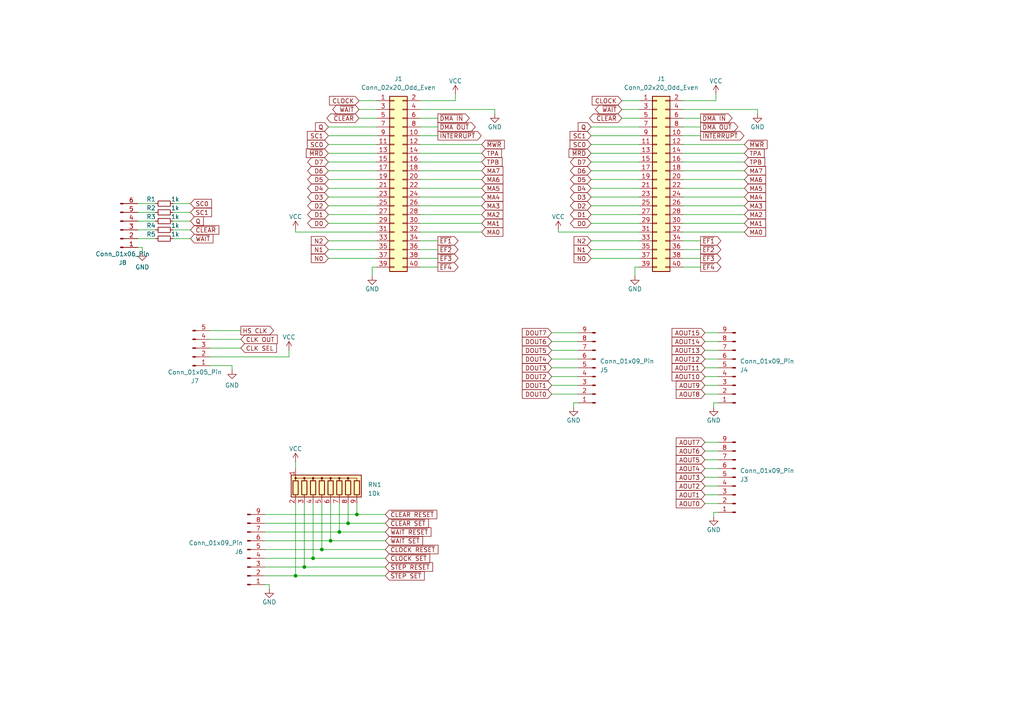
<source format=kicad_sch>
(kicad_sch (version 20230121) (generator eeschema)

  (uuid 274e3480-429f-413a-8812-515101f1351a)

  (paper "A4")

  (title_block
    (title "Connectors")
    (date "2023-04-25")
    (rev "1")
    (company "ZLED")
  )

  (lib_symbols
    (symbol "Connector:Conn_01x05_Pin" (pin_names (offset 1.016) hide) (in_bom yes) (on_board yes)
      (property "Reference" "J" (at 0 7.62 0)
        (effects (font (size 1.27 1.27)))
      )
      (property "Value" "Conn_01x05_Pin" (at 0 -7.62 0)
        (effects (font (size 1.27 1.27)))
      )
      (property "Footprint" "" (at 0 0 0)
        (effects (font (size 1.27 1.27)) hide)
      )
      (property "Datasheet" "~" (at 0 0 0)
        (effects (font (size 1.27 1.27)) hide)
      )
      (property "ki_locked" "" (at 0 0 0)
        (effects (font (size 1.27 1.27)))
      )
      (property "ki_keywords" "connector" (at 0 0 0)
        (effects (font (size 1.27 1.27)) hide)
      )
      (property "ki_description" "Generic connector, single row, 01x05, script generated" (at 0 0 0)
        (effects (font (size 1.27 1.27)) hide)
      )
      (property "ki_fp_filters" "Connector*:*_1x??_*" (at 0 0 0)
        (effects (font (size 1.27 1.27)) hide)
      )
      (symbol "Conn_01x05_Pin_1_1"
        (polyline
          (pts
            (xy 1.27 -5.08)
            (xy 0.8636 -5.08)
          )
          (stroke (width 0.1524) (type default))
          (fill (type none))
        )
        (polyline
          (pts
            (xy 1.27 -2.54)
            (xy 0.8636 -2.54)
          )
          (stroke (width 0.1524) (type default))
          (fill (type none))
        )
        (polyline
          (pts
            (xy 1.27 0)
            (xy 0.8636 0)
          )
          (stroke (width 0.1524) (type default))
          (fill (type none))
        )
        (polyline
          (pts
            (xy 1.27 2.54)
            (xy 0.8636 2.54)
          )
          (stroke (width 0.1524) (type default))
          (fill (type none))
        )
        (polyline
          (pts
            (xy 1.27 5.08)
            (xy 0.8636 5.08)
          )
          (stroke (width 0.1524) (type default))
          (fill (type none))
        )
        (rectangle (start 0.8636 -4.953) (end 0 -5.207)
          (stroke (width 0.1524) (type default))
          (fill (type outline))
        )
        (rectangle (start 0.8636 -2.413) (end 0 -2.667)
          (stroke (width 0.1524) (type default))
          (fill (type outline))
        )
        (rectangle (start 0.8636 0.127) (end 0 -0.127)
          (stroke (width 0.1524) (type default))
          (fill (type outline))
        )
        (rectangle (start 0.8636 2.667) (end 0 2.413)
          (stroke (width 0.1524) (type default))
          (fill (type outline))
        )
        (rectangle (start 0.8636 5.207) (end 0 4.953)
          (stroke (width 0.1524) (type default))
          (fill (type outline))
        )
        (pin passive line (at 5.08 5.08 180) (length 3.81)
          (name "Pin_1" (effects (font (size 1.27 1.27))))
          (number "1" (effects (font (size 1.27 1.27))))
        )
        (pin passive line (at 5.08 2.54 180) (length 3.81)
          (name "Pin_2" (effects (font (size 1.27 1.27))))
          (number "2" (effects (font (size 1.27 1.27))))
        )
        (pin passive line (at 5.08 0 180) (length 3.81)
          (name "Pin_3" (effects (font (size 1.27 1.27))))
          (number "3" (effects (font (size 1.27 1.27))))
        )
        (pin passive line (at 5.08 -2.54 180) (length 3.81)
          (name "Pin_4" (effects (font (size 1.27 1.27))))
          (number "4" (effects (font (size 1.27 1.27))))
        )
        (pin passive line (at 5.08 -5.08 180) (length 3.81)
          (name "Pin_5" (effects (font (size 1.27 1.27))))
          (number "5" (effects (font (size 1.27 1.27))))
        )
      )
    )
    (symbol "Connector:Conn_01x06_Pin" (pin_names (offset 1.016) hide) (in_bom yes) (on_board yes)
      (property "Reference" "J" (at 0 7.62 0)
        (effects (font (size 1.27 1.27)))
      )
      (property "Value" "Conn_01x06_Pin" (at 0 -10.16 0)
        (effects (font (size 1.27 1.27)))
      )
      (property "Footprint" "" (at 0 0 0)
        (effects (font (size 1.27 1.27)) hide)
      )
      (property "Datasheet" "~" (at 0 0 0)
        (effects (font (size 1.27 1.27)) hide)
      )
      (property "ki_locked" "" (at 0 0 0)
        (effects (font (size 1.27 1.27)))
      )
      (property "ki_keywords" "connector" (at 0 0 0)
        (effects (font (size 1.27 1.27)) hide)
      )
      (property "ki_description" "Generic connector, single row, 01x06, script generated" (at 0 0 0)
        (effects (font (size 1.27 1.27)) hide)
      )
      (property "ki_fp_filters" "Connector*:*_1x??_*" (at 0 0 0)
        (effects (font (size 1.27 1.27)) hide)
      )
      (symbol "Conn_01x06_Pin_1_1"
        (polyline
          (pts
            (xy 1.27 -7.62)
            (xy 0.8636 -7.62)
          )
          (stroke (width 0.1524) (type default))
          (fill (type none))
        )
        (polyline
          (pts
            (xy 1.27 -5.08)
            (xy 0.8636 -5.08)
          )
          (stroke (width 0.1524) (type default))
          (fill (type none))
        )
        (polyline
          (pts
            (xy 1.27 -2.54)
            (xy 0.8636 -2.54)
          )
          (stroke (width 0.1524) (type default))
          (fill (type none))
        )
        (polyline
          (pts
            (xy 1.27 0)
            (xy 0.8636 0)
          )
          (stroke (width 0.1524) (type default))
          (fill (type none))
        )
        (polyline
          (pts
            (xy 1.27 2.54)
            (xy 0.8636 2.54)
          )
          (stroke (width 0.1524) (type default))
          (fill (type none))
        )
        (polyline
          (pts
            (xy 1.27 5.08)
            (xy 0.8636 5.08)
          )
          (stroke (width 0.1524) (type default))
          (fill (type none))
        )
        (rectangle (start 0.8636 -7.493) (end 0 -7.747)
          (stroke (width 0.1524) (type default))
          (fill (type outline))
        )
        (rectangle (start 0.8636 -4.953) (end 0 -5.207)
          (stroke (width 0.1524) (type default))
          (fill (type outline))
        )
        (rectangle (start 0.8636 -2.413) (end 0 -2.667)
          (stroke (width 0.1524) (type default))
          (fill (type outline))
        )
        (rectangle (start 0.8636 0.127) (end 0 -0.127)
          (stroke (width 0.1524) (type default))
          (fill (type outline))
        )
        (rectangle (start 0.8636 2.667) (end 0 2.413)
          (stroke (width 0.1524) (type default))
          (fill (type outline))
        )
        (rectangle (start 0.8636 5.207) (end 0 4.953)
          (stroke (width 0.1524) (type default))
          (fill (type outline))
        )
        (pin passive line (at 5.08 5.08 180) (length 3.81)
          (name "Pin_1" (effects (font (size 1.27 1.27))))
          (number "1" (effects (font (size 1.27 1.27))))
        )
        (pin passive line (at 5.08 2.54 180) (length 3.81)
          (name "Pin_2" (effects (font (size 1.27 1.27))))
          (number "2" (effects (font (size 1.27 1.27))))
        )
        (pin passive line (at 5.08 0 180) (length 3.81)
          (name "Pin_3" (effects (font (size 1.27 1.27))))
          (number "3" (effects (font (size 1.27 1.27))))
        )
        (pin passive line (at 5.08 -2.54 180) (length 3.81)
          (name "Pin_4" (effects (font (size 1.27 1.27))))
          (number "4" (effects (font (size 1.27 1.27))))
        )
        (pin passive line (at 5.08 -5.08 180) (length 3.81)
          (name "Pin_5" (effects (font (size 1.27 1.27))))
          (number "5" (effects (font (size 1.27 1.27))))
        )
        (pin passive line (at 5.08 -7.62 180) (length 3.81)
          (name "Pin_6" (effects (font (size 1.27 1.27))))
          (number "6" (effects (font (size 1.27 1.27))))
        )
      )
    )
    (symbol "Connector:Conn_01x09_Pin" (pin_names (offset 1.016) hide) (in_bom yes) (on_board yes)
      (property "Reference" "J" (at 0 12.7 0)
        (effects (font (size 1.27 1.27)))
      )
      (property "Value" "Conn_01x09_Pin" (at 0 -12.7 0)
        (effects (font (size 1.27 1.27)))
      )
      (property "Footprint" "" (at 0 0 0)
        (effects (font (size 1.27 1.27)) hide)
      )
      (property "Datasheet" "~" (at 0 0 0)
        (effects (font (size 1.27 1.27)) hide)
      )
      (property "ki_locked" "" (at 0 0 0)
        (effects (font (size 1.27 1.27)))
      )
      (property "ki_keywords" "connector" (at 0 0 0)
        (effects (font (size 1.27 1.27)) hide)
      )
      (property "ki_description" "Generic connector, single row, 01x09, script generated" (at 0 0 0)
        (effects (font (size 1.27 1.27)) hide)
      )
      (property "ki_fp_filters" "Connector*:*_1x??_*" (at 0 0 0)
        (effects (font (size 1.27 1.27)) hide)
      )
      (symbol "Conn_01x09_Pin_1_1"
        (polyline
          (pts
            (xy 1.27 -10.16)
            (xy 0.8636 -10.16)
          )
          (stroke (width 0.1524) (type default))
          (fill (type none))
        )
        (polyline
          (pts
            (xy 1.27 -7.62)
            (xy 0.8636 -7.62)
          )
          (stroke (width 0.1524) (type default))
          (fill (type none))
        )
        (polyline
          (pts
            (xy 1.27 -5.08)
            (xy 0.8636 -5.08)
          )
          (stroke (width 0.1524) (type default))
          (fill (type none))
        )
        (polyline
          (pts
            (xy 1.27 -2.54)
            (xy 0.8636 -2.54)
          )
          (stroke (width 0.1524) (type default))
          (fill (type none))
        )
        (polyline
          (pts
            (xy 1.27 0)
            (xy 0.8636 0)
          )
          (stroke (width 0.1524) (type default))
          (fill (type none))
        )
        (polyline
          (pts
            (xy 1.27 2.54)
            (xy 0.8636 2.54)
          )
          (stroke (width 0.1524) (type default))
          (fill (type none))
        )
        (polyline
          (pts
            (xy 1.27 5.08)
            (xy 0.8636 5.08)
          )
          (stroke (width 0.1524) (type default))
          (fill (type none))
        )
        (polyline
          (pts
            (xy 1.27 7.62)
            (xy 0.8636 7.62)
          )
          (stroke (width 0.1524) (type default))
          (fill (type none))
        )
        (polyline
          (pts
            (xy 1.27 10.16)
            (xy 0.8636 10.16)
          )
          (stroke (width 0.1524) (type default))
          (fill (type none))
        )
        (rectangle (start 0.8636 -10.033) (end 0 -10.287)
          (stroke (width 0.1524) (type default))
          (fill (type outline))
        )
        (rectangle (start 0.8636 -7.493) (end 0 -7.747)
          (stroke (width 0.1524) (type default))
          (fill (type outline))
        )
        (rectangle (start 0.8636 -4.953) (end 0 -5.207)
          (stroke (width 0.1524) (type default))
          (fill (type outline))
        )
        (rectangle (start 0.8636 -2.413) (end 0 -2.667)
          (stroke (width 0.1524) (type default))
          (fill (type outline))
        )
        (rectangle (start 0.8636 0.127) (end 0 -0.127)
          (stroke (width 0.1524) (type default))
          (fill (type outline))
        )
        (rectangle (start 0.8636 2.667) (end 0 2.413)
          (stroke (width 0.1524) (type default))
          (fill (type outline))
        )
        (rectangle (start 0.8636 5.207) (end 0 4.953)
          (stroke (width 0.1524) (type default))
          (fill (type outline))
        )
        (rectangle (start 0.8636 7.747) (end 0 7.493)
          (stroke (width 0.1524) (type default))
          (fill (type outline))
        )
        (rectangle (start 0.8636 10.287) (end 0 10.033)
          (stroke (width 0.1524) (type default))
          (fill (type outline))
        )
        (pin passive line (at 5.08 10.16 180) (length 3.81)
          (name "Pin_1" (effects (font (size 1.27 1.27))))
          (number "1" (effects (font (size 1.27 1.27))))
        )
        (pin passive line (at 5.08 7.62 180) (length 3.81)
          (name "Pin_2" (effects (font (size 1.27 1.27))))
          (number "2" (effects (font (size 1.27 1.27))))
        )
        (pin passive line (at 5.08 5.08 180) (length 3.81)
          (name "Pin_3" (effects (font (size 1.27 1.27))))
          (number "3" (effects (font (size 1.27 1.27))))
        )
        (pin passive line (at 5.08 2.54 180) (length 3.81)
          (name "Pin_4" (effects (font (size 1.27 1.27))))
          (number "4" (effects (font (size 1.27 1.27))))
        )
        (pin passive line (at 5.08 0 180) (length 3.81)
          (name "Pin_5" (effects (font (size 1.27 1.27))))
          (number "5" (effects (font (size 1.27 1.27))))
        )
        (pin passive line (at 5.08 -2.54 180) (length 3.81)
          (name "Pin_6" (effects (font (size 1.27 1.27))))
          (number "6" (effects (font (size 1.27 1.27))))
        )
        (pin passive line (at 5.08 -5.08 180) (length 3.81)
          (name "Pin_7" (effects (font (size 1.27 1.27))))
          (number "7" (effects (font (size 1.27 1.27))))
        )
        (pin passive line (at 5.08 -7.62 180) (length 3.81)
          (name "Pin_8" (effects (font (size 1.27 1.27))))
          (number "8" (effects (font (size 1.27 1.27))))
        )
        (pin passive line (at 5.08 -10.16 180) (length 3.81)
          (name "Pin_9" (effects (font (size 1.27 1.27))))
          (number "9" (effects (font (size 1.27 1.27))))
        )
      )
    )
    (symbol "Connector_Generic:Conn_02x20_Odd_Even" (pin_names (offset 1.016) hide) (in_bom yes) (on_board yes)
      (property "Reference" "J" (at 1.27 25.4 0)
        (effects (font (size 1.27 1.27)))
      )
      (property "Value" "Conn_02x20_Odd_Even" (at 1.27 -27.94 0)
        (effects (font (size 1.27 1.27)))
      )
      (property "Footprint" "" (at 0 0 0)
        (effects (font (size 1.27 1.27)) hide)
      )
      (property "Datasheet" "~" (at 0 0 0)
        (effects (font (size 1.27 1.27)) hide)
      )
      (property "ki_keywords" "connector" (at 0 0 0)
        (effects (font (size 1.27 1.27)) hide)
      )
      (property "ki_description" "Generic connector, double row, 02x20, odd/even pin numbering scheme (row 1 odd numbers, row 2 even numbers), script generated (kicad-library-utils/schlib/autogen/connector/)" (at 0 0 0)
        (effects (font (size 1.27 1.27)) hide)
      )
      (property "ki_fp_filters" "Connector*:*_2x??_*" (at 0 0 0)
        (effects (font (size 1.27 1.27)) hide)
      )
      (symbol "Conn_02x20_Odd_Even_1_1"
        (rectangle (start -1.27 -25.273) (end 0 -25.527)
          (stroke (width 0.1524) (type default))
          (fill (type none))
        )
        (rectangle (start -1.27 -22.733) (end 0 -22.987)
          (stroke (width 0.1524) (type default))
          (fill (type none))
        )
        (rectangle (start -1.27 -20.193) (end 0 -20.447)
          (stroke (width 0.1524) (type default))
          (fill (type none))
        )
        (rectangle (start -1.27 -17.653) (end 0 -17.907)
          (stroke (width 0.1524) (type default))
          (fill (type none))
        )
        (rectangle (start -1.27 -15.113) (end 0 -15.367)
          (stroke (width 0.1524) (type default))
          (fill (type none))
        )
        (rectangle (start -1.27 -12.573) (end 0 -12.827)
          (stroke (width 0.1524) (type default))
          (fill (type none))
        )
        (rectangle (start -1.27 -10.033) (end 0 -10.287)
          (stroke (width 0.1524) (type default))
          (fill (type none))
        )
        (rectangle (start -1.27 -7.493) (end 0 -7.747)
          (stroke (width 0.1524) (type default))
          (fill (type none))
        )
        (rectangle (start -1.27 -4.953) (end 0 -5.207)
          (stroke (width 0.1524) (type default))
          (fill (type none))
        )
        (rectangle (start -1.27 -2.413) (end 0 -2.667)
          (stroke (width 0.1524) (type default))
          (fill (type none))
        )
        (rectangle (start -1.27 0.127) (end 0 -0.127)
          (stroke (width 0.1524) (type default))
          (fill (type none))
        )
        (rectangle (start -1.27 2.667) (end 0 2.413)
          (stroke (width 0.1524) (type default))
          (fill (type none))
        )
        (rectangle (start -1.27 5.207) (end 0 4.953)
          (stroke (width 0.1524) (type default))
          (fill (type none))
        )
        (rectangle (start -1.27 7.747) (end 0 7.493)
          (stroke (width 0.1524) (type default))
          (fill (type none))
        )
        (rectangle (start -1.27 10.287) (end 0 10.033)
          (stroke (width 0.1524) (type default))
          (fill (type none))
        )
        (rectangle (start -1.27 12.827) (end 0 12.573)
          (stroke (width 0.1524) (type default))
          (fill (type none))
        )
        (rectangle (start -1.27 15.367) (end 0 15.113)
          (stroke (width 0.1524) (type default))
          (fill (type none))
        )
        (rectangle (start -1.27 17.907) (end 0 17.653)
          (stroke (width 0.1524) (type default))
          (fill (type none))
        )
        (rectangle (start -1.27 20.447) (end 0 20.193)
          (stroke (width 0.1524) (type default))
          (fill (type none))
        )
        (rectangle (start -1.27 22.987) (end 0 22.733)
          (stroke (width 0.1524) (type default))
          (fill (type none))
        )
        (rectangle (start -1.27 24.13) (end 3.81 -26.67)
          (stroke (width 0.254) (type default))
          (fill (type background))
        )
        (rectangle (start 3.81 -25.273) (end 2.54 -25.527)
          (stroke (width 0.1524) (type default))
          (fill (type none))
        )
        (rectangle (start 3.81 -22.733) (end 2.54 -22.987)
          (stroke (width 0.1524) (type default))
          (fill (type none))
        )
        (rectangle (start 3.81 -20.193) (end 2.54 -20.447)
          (stroke (width 0.1524) (type default))
          (fill (type none))
        )
        (rectangle (start 3.81 -17.653) (end 2.54 -17.907)
          (stroke (width 0.1524) (type default))
          (fill (type none))
        )
        (rectangle (start 3.81 -15.113) (end 2.54 -15.367)
          (stroke (width 0.1524) (type default))
          (fill (type none))
        )
        (rectangle (start 3.81 -12.573) (end 2.54 -12.827)
          (stroke (width 0.1524) (type default))
          (fill (type none))
        )
        (rectangle (start 3.81 -10.033) (end 2.54 -10.287)
          (stroke (width 0.1524) (type default))
          (fill (type none))
        )
        (rectangle (start 3.81 -7.493) (end 2.54 -7.747)
          (stroke (width 0.1524) (type default))
          (fill (type none))
        )
        (rectangle (start 3.81 -4.953) (end 2.54 -5.207)
          (stroke (width 0.1524) (type default))
          (fill (type none))
        )
        (rectangle (start 3.81 -2.413) (end 2.54 -2.667)
          (stroke (width 0.1524) (type default))
          (fill (type none))
        )
        (rectangle (start 3.81 0.127) (end 2.54 -0.127)
          (stroke (width 0.1524) (type default))
          (fill (type none))
        )
        (rectangle (start 3.81 2.667) (end 2.54 2.413)
          (stroke (width 0.1524) (type default))
          (fill (type none))
        )
        (rectangle (start 3.81 5.207) (end 2.54 4.953)
          (stroke (width 0.1524) (type default))
          (fill (type none))
        )
        (rectangle (start 3.81 7.747) (end 2.54 7.493)
          (stroke (width 0.1524) (type default))
          (fill (type none))
        )
        (rectangle (start 3.81 10.287) (end 2.54 10.033)
          (stroke (width 0.1524) (type default))
          (fill (type none))
        )
        (rectangle (start 3.81 12.827) (end 2.54 12.573)
          (stroke (width 0.1524) (type default))
          (fill (type none))
        )
        (rectangle (start 3.81 15.367) (end 2.54 15.113)
          (stroke (width 0.1524) (type default))
          (fill (type none))
        )
        (rectangle (start 3.81 17.907) (end 2.54 17.653)
          (stroke (width 0.1524) (type default))
          (fill (type none))
        )
        (rectangle (start 3.81 20.447) (end 2.54 20.193)
          (stroke (width 0.1524) (type default))
          (fill (type none))
        )
        (rectangle (start 3.81 22.987) (end 2.54 22.733)
          (stroke (width 0.1524) (type default))
          (fill (type none))
        )
        (pin passive line (at -5.08 22.86 0) (length 3.81)
          (name "Pin_1" (effects (font (size 1.27 1.27))))
          (number "1" (effects (font (size 1.27 1.27))))
        )
        (pin passive line (at 7.62 12.7 180) (length 3.81)
          (name "Pin_10" (effects (font (size 1.27 1.27))))
          (number "10" (effects (font (size 1.27 1.27))))
        )
        (pin passive line (at -5.08 10.16 0) (length 3.81)
          (name "Pin_11" (effects (font (size 1.27 1.27))))
          (number "11" (effects (font (size 1.27 1.27))))
        )
        (pin passive line (at 7.62 10.16 180) (length 3.81)
          (name "Pin_12" (effects (font (size 1.27 1.27))))
          (number "12" (effects (font (size 1.27 1.27))))
        )
        (pin passive line (at -5.08 7.62 0) (length 3.81)
          (name "Pin_13" (effects (font (size 1.27 1.27))))
          (number "13" (effects (font (size 1.27 1.27))))
        )
        (pin passive line (at 7.62 7.62 180) (length 3.81)
          (name "Pin_14" (effects (font (size 1.27 1.27))))
          (number "14" (effects (font (size 1.27 1.27))))
        )
        (pin passive line (at -5.08 5.08 0) (length 3.81)
          (name "Pin_15" (effects (font (size 1.27 1.27))))
          (number "15" (effects (font (size 1.27 1.27))))
        )
        (pin passive line (at 7.62 5.08 180) (length 3.81)
          (name "Pin_16" (effects (font (size 1.27 1.27))))
          (number "16" (effects (font (size 1.27 1.27))))
        )
        (pin passive line (at -5.08 2.54 0) (length 3.81)
          (name "Pin_17" (effects (font (size 1.27 1.27))))
          (number "17" (effects (font (size 1.27 1.27))))
        )
        (pin passive line (at 7.62 2.54 180) (length 3.81)
          (name "Pin_18" (effects (font (size 1.27 1.27))))
          (number "18" (effects (font (size 1.27 1.27))))
        )
        (pin passive line (at -5.08 0 0) (length 3.81)
          (name "Pin_19" (effects (font (size 1.27 1.27))))
          (number "19" (effects (font (size 1.27 1.27))))
        )
        (pin passive line (at 7.62 22.86 180) (length 3.81)
          (name "Pin_2" (effects (font (size 1.27 1.27))))
          (number "2" (effects (font (size 1.27 1.27))))
        )
        (pin passive line (at 7.62 0 180) (length 3.81)
          (name "Pin_20" (effects (font (size 1.27 1.27))))
          (number "20" (effects (font (size 1.27 1.27))))
        )
        (pin passive line (at -5.08 -2.54 0) (length 3.81)
          (name "Pin_21" (effects (font (size 1.27 1.27))))
          (number "21" (effects (font (size 1.27 1.27))))
        )
        (pin passive line (at 7.62 -2.54 180) (length 3.81)
          (name "Pin_22" (effects (font (size 1.27 1.27))))
          (number "22" (effects (font (size 1.27 1.27))))
        )
        (pin passive line (at -5.08 -5.08 0) (length 3.81)
          (name "Pin_23" (effects (font (size 1.27 1.27))))
          (number "23" (effects (font (size 1.27 1.27))))
        )
        (pin passive line (at 7.62 -5.08 180) (length 3.81)
          (name "Pin_24" (effects (font (size 1.27 1.27))))
          (number "24" (effects (font (size 1.27 1.27))))
        )
        (pin passive line (at -5.08 -7.62 0) (length 3.81)
          (name "Pin_25" (effects (font (size 1.27 1.27))))
          (number "25" (effects (font (size 1.27 1.27))))
        )
        (pin passive line (at 7.62 -7.62 180) (length 3.81)
          (name "Pin_26" (effects (font (size 1.27 1.27))))
          (number "26" (effects (font (size 1.27 1.27))))
        )
        (pin passive line (at -5.08 -10.16 0) (length 3.81)
          (name "Pin_27" (effects (font (size 1.27 1.27))))
          (number "27" (effects (font (size 1.27 1.27))))
        )
        (pin passive line (at 7.62 -10.16 180) (length 3.81)
          (name "Pin_28" (effects (font (size 1.27 1.27))))
          (number "28" (effects (font (size 1.27 1.27))))
        )
        (pin passive line (at -5.08 -12.7 0) (length 3.81)
          (name "Pin_29" (effects (font (size 1.27 1.27))))
          (number "29" (effects (font (size 1.27 1.27))))
        )
        (pin passive line (at -5.08 20.32 0) (length 3.81)
          (name "Pin_3" (effects (font (size 1.27 1.27))))
          (number "3" (effects (font (size 1.27 1.27))))
        )
        (pin passive line (at 7.62 -12.7 180) (length 3.81)
          (name "Pin_30" (effects (font (size 1.27 1.27))))
          (number "30" (effects (font (size 1.27 1.27))))
        )
        (pin passive line (at -5.08 -15.24 0) (length 3.81)
          (name "Pin_31" (effects (font (size 1.27 1.27))))
          (number "31" (effects (font (size 1.27 1.27))))
        )
        (pin passive line (at 7.62 -15.24 180) (length 3.81)
          (name "Pin_32" (effects (font (size 1.27 1.27))))
          (number "32" (effects (font (size 1.27 1.27))))
        )
        (pin passive line (at -5.08 -17.78 0) (length 3.81)
          (name "Pin_33" (effects (font (size 1.27 1.27))))
          (number "33" (effects (font (size 1.27 1.27))))
        )
        (pin passive line (at 7.62 -17.78 180) (length 3.81)
          (name "Pin_34" (effects (font (size 1.27 1.27))))
          (number "34" (effects (font (size 1.27 1.27))))
        )
        (pin passive line (at -5.08 -20.32 0) (length 3.81)
          (name "Pin_35" (effects (font (size 1.27 1.27))))
          (number "35" (effects (font (size 1.27 1.27))))
        )
        (pin passive line (at 7.62 -20.32 180) (length 3.81)
          (name "Pin_36" (effects (font (size 1.27 1.27))))
          (number "36" (effects (font (size 1.27 1.27))))
        )
        (pin passive line (at -5.08 -22.86 0) (length 3.81)
          (name "Pin_37" (effects (font (size 1.27 1.27))))
          (number "37" (effects (font (size 1.27 1.27))))
        )
        (pin passive line (at 7.62 -22.86 180) (length 3.81)
          (name "Pin_38" (effects (font (size 1.27 1.27))))
          (number "38" (effects (font (size 1.27 1.27))))
        )
        (pin passive line (at -5.08 -25.4 0) (length 3.81)
          (name "Pin_39" (effects (font (size 1.27 1.27))))
          (number "39" (effects (font (size 1.27 1.27))))
        )
        (pin passive line (at 7.62 20.32 180) (length 3.81)
          (name "Pin_4" (effects (font (size 1.27 1.27))))
          (number "4" (effects (font (size 1.27 1.27))))
        )
        (pin passive line (at 7.62 -25.4 180) (length 3.81)
          (name "Pin_40" (effects (font (size 1.27 1.27))))
          (number "40" (effects (font (size 1.27 1.27))))
        )
        (pin passive line (at -5.08 17.78 0) (length 3.81)
          (name "Pin_5" (effects (font (size 1.27 1.27))))
          (number "5" (effects (font (size 1.27 1.27))))
        )
        (pin passive line (at 7.62 17.78 180) (length 3.81)
          (name "Pin_6" (effects (font (size 1.27 1.27))))
          (number "6" (effects (font (size 1.27 1.27))))
        )
        (pin passive line (at -5.08 15.24 0) (length 3.81)
          (name "Pin_7" (effects (font (size 1.27 1.27))))
          (number "7" (effects (font (size 1.27 1.27))))
        )
        (pin passive line (at 7.62 15.24 180) (length 3.81)
          (name "Pin_8" (effects (font (size 1.27 1.27))))
          (number "8" (effects (font (size 1.27 1.27))))
        )
        (pin passive line (at -5.08 12.7 0) (length 3.81)
          (name "Pin_9" (effects (font (size 1.27 1.27))))
          (number "9" (effects (font (size 1.27 1.27))))
        )
      )
    )
    (symbol "Device:R_Network08" (pin_names (offset 0) hide) (in_bom yes) (on_board yes)
      (property "Reference" "RN" (at -12.7 0 90)
        (effects (font (size 1.27 1.27)))
      )
      (property "Value" "R_Network08" (at 10.16 0 90)
        (effects (font (size 1.27 1.27)))
      )
      (property "Footprint" "Resistor_THT:R_Array_SIP9" (at 12.065 0 90)
        (effects (font (size 1.27 1.27)) hide)
      )
      (property "Datasheet" "http://www.vishay.com/docs/31509/csc.pdf" (at 0 0 0)
        (effects (font (size 1.27 1.27)) hide)
      )
      (property "ki_keywords" "R network star-topology" (at 0 0 0)
        (effects (font (size 1.27 1.27)) hide)
      )
      (property "ki_description" "8 resistor network, star topology, bussed resistors, small symbol" (at 0 0 0)
        (effects (font (size 1.27 1.27)) hide)
      )
      (property "ki_fp_filters" "R?Array?SIP*" (at 0 0 0)
        (effects (font (size 1.27 1.27)) hide)
      )
      (symbol "R_Network08_0_1"
        (rectangle (start -11.43 -3.175) (end 8.89 3.175)
          (stroke (width 0.254) (type default))
          (fill (type background))
        )
        (rectangle (start -10.922 1.524) (end -9.398 -2.54)
          (stroke (width 0.254) (type default))
          (fill (type none))
        )
        (circle (center -10.16 2.286) (radius 0.254)
          (stroke (width 0) (type default))
          (fill (type outline))
        )
        (rectangle (start -8.382 1.524) (end -6.858 -2.54)
          (stroke (width 0.254) (type default))
          (fill (type none))
        )
        (circle (center -7.62 2.286) (radius 0.254)
          (stroke (width 0) (type default))
          (fill (type outline))
        )
        (rectangle (start -5.842 1.524) (end -4.318 -2.54)
          (stroke (width 0.254) (type default))
          (fill (type none))
        )
        (circle (center -5.08 2.286) (radius 0.254)
          (stroke (width 0) (type default))
          (fill (type outline))
        )
        (rectangle (start -3.302 1.524) (end -1.778 -2.54)
          (stroke (width 0.254) (type default))
          (fill (type none))
        )
        (circle (center -2.54 2.286) (radius 0.254)
          (stroke (width 0) (type default))
          (fill (type outline))
        )
        (rectangle (start -0.762 1.524) (end 0.762 -2.54)
          (stroke (width 0.254) (type default))
          (fill (type none))
        )
        (polyline
          (pts
            (xy -10.16 -2.54)
            (xy -10.16 -3.81)
          )
          (stroke (width 0) (type default))
          (fill (type none))
        )
        (polyline
          (pts
            (xy -7.62 -2.54)
            (xy -7.62 -3.81)
          )
          (stroke (width 0) (type default))
          (fill (type none))
        )
        (polyline
          (pts
            (xy -5.08 -2.54)
            (xy -5.08 -3.81)
          )
          (stroke (width 0) (type default))
          (fill (type none))
        )
        (polyline
          (pts
            (xy -2.54 -2.54)
            (xy -2.54 -3.81)
          )
          (stroke (width 0) (type default))
          (fill (type none))
        )
        (polyline
          (pts
            (xy 0 -2.54)
            (xy 0 -3.81)
          )
          (stroke (width 0) (type default))
          (fill (type none))
        )
        (polyline
          (pts
            (xy 2.54 -2.54)
            (xy 2.54 -3.81)
          )
          (stroke (width 0) (type default))
          (fill (type none))
        )
        (polyline
          (pts
            (xy 5.08 -2.54)
            (xy 5.08 -3.81)
          )
          (stroke (width 0) (type default))
          (fill (type none))
        )
        (polyline
          (pts
            (xy 7.62 -2.54)
            (xy 7.62 -3.81)
          )
          (stroke (width 0) (type default))
          (fill (type none))
        )
        (polyline
          (pts
            (xy -10.16 1.524)
            (xy -10.16 2.286)
            (xy -7.62 2.286)
            (xy -7.62 1.524)
          )
          (stroke (width 0) (type default))
          (fill (type none))
        )
        (polyline
          (pts
            (xy -7.62 1.524)
            (xy -7.62 2.286)
            (xy -5.08 2.286)
            (xy -5.08 1.524)
          )
          (stroke (width 0) (type default))
          (fill (type none))
        )
        (polyline
          (pts
            (xy -5.08 1.524)
            (xy -5.08 2.286)
            (xy -2.54 2.286)
            (xy -2.54 1.524)
          )
          (stroke (width 0) (type default))
          (fill (type none))
        )
        (polyline
          (pts
            (xy -2.54 1.524)
            (xy -2.54 2.286)
            (xy 0 2.286)
            (xy 0 1.524)
          )
          (stroke (width 0) (type default))
          (fill (type none))
        )
        (polyline
          (pts
            (xy 0 1.524)
            (xy 0 2.286)
            (xy 2.54 2.286)
            (xy 2.54 1.524)
          )
          (stroke (width 0) (type default))
          (fill (type none))
        )
        (polyline
          (pts
            (xy 2.54 1.524)
            (xy 2.54 2.286)
            (xy 5.08 2.286)
            (xy 5.08 1.524)
          )
          (stroke (width 0) (type default))
          (fill (type none))
        )
        (polyline
          (pts
            (xy 5.08 1.524)
            (xy 5.08 2.286)
            (xy 7.62 2.286)
            (xy 7.62 1.524)
          )
          (stroke (width 0) (type default))
          (fill (type none))
        )
        (circle (center 0 2.286) (radius 0.254)
          (stroke (width 0) (type default))
          (fill (type outline))
        )
        (rectangle (start 1.778 1.524) (end 3.302 -2.54)
          (stroke (width 0.254) (type default))
          (fill (type none))
        )
        (circle (center 2.54 2.286) (radius 0.254)
          (stroke (width 0) (type default))
          (fill (type outline))
        )
        (rectangle (start 4.318 1.524) (end 5.842 -2.54)
          (stroke (width 0.254) (type default))
          (fill (type none))
        )
        (circle (center 5.08 2.286) (radius 0.254)
          (stroke (width 0) (type default))
          (fill (type outline))
        )
        (rectangle (start 6.858 1.524) (end 8.382 -2.54)
          (stroke (width 0.254) (type default))
          (fill (type none))
        )
      )
      (symbol "R_Network08_1_1"
        (pin passive line (at -10.16 5.08 270) (length 2.54)
          (name "common" (effects (font (size 1.27 1.27))))
          (number "1" (effects (font (size 1.27 1.27))))
        )
        (pin passive line (at -10.16 -5.08 90) (length 1.27)
          (name "R1" (effects (font (size 1.27 1.27))))
          (number "2" (effects (font (size 1.27 1.27))))
        )
        (pin passive line (at -7.62 -5.08 90) (length 1.27)
          (name "R2" (effects (font (size 1.27 1.27))))
          (number "3" (effects (font (size 1.27 1.27))))
        )
        (pin passive line (at -5.08 -5.08 90) (length 1.27)
          (name "R3" (effects (font (size 1.27 1.27))))
          (number "4" (effects (font (size 1.27 1.27))))
        )
        (pin passive line (at -2.54 -5.08 90) (length 1.27)
          (name "R4" (effects (font (size 1.27 1.27))))
          (number "5" (effects (font (size 1.27 1.27))))
        )
        (pin passive line (at 0 -5.08 90) (length 1.27)
          (name "R5" (effects (font (size 1.27 1.27))))
          (number "6" (effects (font (size 1.27 1.27))))
        )
        (pin passive line (at 2.54 -5.08 90) (length 1.27)
          (name "R6" (effects (font (size 1.27 1.27))))
          (number "7" (effects (font (size 1.27 1.27))))
        )
        (pin passive line (at 5.08 -5.08 90) (length 1.27)
          (name "R7" (effects (font (size 1.27 1.27))))
          (number "8" (effects (font (size 1.27 1.27))))
        )
        (pin passive line (at 7.62 -5.08 90) (length 1.27)
          (name "R8" (effects (font (size 1.27 1.27))))
          (number "9" (effects (font (size 1.27 1.27))))
        )
      )
    )
    (symbol "Device:R_Small" (pin_numbers hide) (pin_names (offset 0.254) hide) (in_bom yes) (on_board yes)
      (property "Reference" "R" (at 0.762 0.508 0)
        (effects (font (size 1.27 1.27)) (justify left))
      )
      (property "Value" "R_Small" (at 0.762 -1.016 0)
        (effects (font (size 1.27 1.27)) (justify left))
      )
      (property "Footprint" "" (at 0 0 0)
        (effects (font (size 1.27 1.27)) hide)
      )
      (property "Datasheet" "~" (at 0 0 0)
        (effects (font (size 1.27 1.27)) hide)
      )
      (property "ki_keywords" "R resistor" (at 0 0 0)
        (effects (font (size 1.27 1.27)) hide)
      )
      (property "ki_description" "Resistor, small symbol" (at 0 0 0)
        (effects (font (size 1.27 1.27)) hide)
      )
      (property "ki_fp_filters" "R_*" (at 0 0 0)
        (effects (font (size 1.27 1.27)) hide)
      )
      (symbol "R_Small_0_1"
        (rectangle (start -0.762 1.778) (end 0.762 -1.778)
          (stroke (width 0.2032) (type default))
          (fill (type none))
        )
      )
      (symbol "R_Small_1_1"
        (pin passive line (at 0 2.54 270) (length 0.762)
          (name "~" (effects (font (size 1.27 1.27))))
          (number "1" (effects (font (size 1.27 1.27))))
        )
        (pin passive line (at 0 -2.54 90) (length 0.762)
          (name "~" (effects (font (size 1.27 1.27))))
          (number "2" (effects (font (size 1.27 1.27))))
        )
      )
    )
    (symbol "GND_1" (power) (pin_names (offset 0)) (in_bom yes) (on_board yes)
      (property "Reference" "#PWR" (at 0 -6.35 0)
        (effects (font (size 1.27 1.27)) hide)
      )
      (property "Value" "GND_1" (at 0 -3.81 0)
        (effects (font (size 1.27 1.27)))
      )
      (property "Footprint" "" (at 0 0 0)
        (effects (font (size 1.27 1.27)) hide)
      )
      (property "Datasheet" "" (at 0 0 0)
        (effects (font (size 1.27 1.27)) hide)
      )
      (property "ki_keywords" "global power" (at 0 0 0)
        (effects (font (size 1.27 1.27)) hide)
      )
      (property "ki_description" "Power symbol creates a global label with name \"GND\" , ground" (at 0 0 0)
        (effects (font (size 1.27 1.27)) hide)
      )
      (symbol "GND_1_0_1"
        (polyline
          (pts
            (xy 0 0)
            (xy 0 -1.27)
            (xy 1.27 -1.27)
            (xy 0 -2.54)
            (xy -1.27 -1.27)
            (xy 0 -1.27)
          )
          (stroke (width 0) (type default))
          (fill (type none))
        )
      )
      (symbol "GND_1_1_1"
        (pin power_in line (at 0 0 270) (length 0) hide
          (name "GND" (effects (font (size 1.27 1.27))))
          (number "1" (effects (font (size 1.27 1.27))))
        )
      )
    )
    (symbol "power:GND" (power) (pin_names (offset 0)) (in_bom yes) (on_board yes)
      (property "Reference" "#PWR" (at 0 -6.35 0)
        (effects (font (size 1.27 1.27)) hide)
      )
      (property "Value" "GND" (at 0 -3.81 0)
        (effects (font (size 1.27 1.27)))
      )
      (property "Footprint" "" (at 0 0 0)
        (effects (font (size 1.27 1.27)) hide)
      )
      (property "Datasheet" "" (at 0 0 0)
        (effects (font (size 1.27 1.27)) hide)
      )
      (property "ki_keywords" "power-flag" (at 0 0 0)
        (effects (font (size 1.27 1.27)) hide)
      )
      (property "ki_description" "Power symbol creates a global label with name \"GND\" , ground" (at 0 0 0)
        (effects (font (size 1.27 1.27)) hide)
      )
      (symbol "GND_0_1"
        (polyline
          (pts
            (xy 0 0)
            (xy 0 -1.27)
            (xy 1.27 -1.27)
            (xy 0 -2.54)
            (xy -1.27 -1.27)
            (xy 0 -1.27)
          )
          (stroke (width 0) (type default))
          (fill (type none))
        )
      )
      (symbol "GND_1_1"
        (pin power_in line (at 0 0 270) (length 0) hide
          (name "GND" (effects (font (size 1.27 1.27))))
          (number "1" (effects (font (size 1.27 1.27))))
        )
      )
    )
    (symbol "power:VCC" (power) (pin_names (offset 0)) (in_bom yes) (on_board yes)
      (property "Reference" "#PWR" (at 0 -3.81 0)
        (effects (font (size 1.27 1.27)) hide)
      )
      (property "Value" "VCC" (at 0 3.81 0)
        (effects (font (size 1.27 1.27)))
      )
      (property "Footprint" "" (at 0 0 0)
        (effects (font (size 1.27 1.27)) hide)
      )
      (property "Datasheet" "" (at 0 0 0)
        (effects (font (size 1.27 1.27)) hide)
      )
      (property "ki_keywords" "global power" (at 0 0 0)
        (effects (font (size 1.27 1.27)) hide)
      )
      (property "ki_description" "Power symbol creates a global label with name \"VCC\"" (at 0 0 0)
        (effects (font (size 1.27 1.27)) hide)
      )
      (symbol "VCC_0_1"
        (polyline
          (pts
            (xy -0.762 1.27)
            (xy 0 2.54)
          )
          (stroke (width 0) (type default))
          (fill (type none))
        )
        (polyline
          (pts
            (xy 0 0)
            (xy 0 2.54)
          )
          (stroke (width 0) (type default))
          (fill (type none))
        )
        (polyline
          (pts
            (xy 0 2.54)
            (xy 0.762 1.27)
          )
          (stroke (width 0) (type default))
          (fill (type none))
        )
      )
      (symbol "VCC_1_1"
        (pin power_in line (at 0 0 90) (length 0) hide
          (name "VCC" (effects (font (size 1.27 1.27))))
          (number "1" (effects (font (size 1.27 1.27))))
        )
      )
    )
  )

  (junction (at 90.805 161.925) (diameter 0) (color 0 0 0 0)
    (uuid 29cd76e5-a6ad-4aca-a0dc-4a989ecfd06e)
  )
  (junction (at 85.725 167.005) (diameter 0) (color 0 0 0 0)
    (uuid 2d47aa41-a66d-48e1-af97-0c9be63493ca)
  )
  (junction (at 93.345 159.385) (diameter 0) (color 0 0 0 0)
    (uuid 51dcc332-2c70-49ab-9c83-90d190fec7df)
  )
  (junction (at 103.505 149.225) (diameter 0) (color 0 0 0 0)
    (uuid 6383a827-58c7-4b8a-9613-37c642edd927)
  )
  (junction (at 95.885 156.845) (diameter 0) (color 0 0 0 0)
    (uuid 6d3a55e9-a053-47a5-8af0-8a2079698b28)
  )
  (junction (at 88.265 164.465) (diameter 0) (color 0 0 0 0)
    (uuid 78fa81aa-ac1e-4ece-a4e6-7c6b5b60e4db)
  )
  (junction (at 100.965 151.765) (diameter 0) (color 0 0 0 0)
    (uuid a27b8666-b2b6-4b4f-b617-1449a579c67b)
  )
  (junction (at 98.425 154.305) (diameter 0) (color 0 0 0 0)
    (uuid aab0d6c6-ba29-40d1-be55-570c78ad6551)
  )

  (wire (pts (xy 204.47 143.51) (xy 208.28 143.51))
    (stroke (width 0) (type default))
    (uuid 01715a4b-82fe-4ca0-bdf4-5fa0c5366935)
  )
  (wire (pts (xy 85.725 167.005) (xy 76.835 167.005))
    (stroke (width 0) (type default))
    (uuid 01e437ee-9a0d-41a1-bcaf-e3962c364c5f)
  )
  (wire (pts (xy 204.47 128.27) (xy 208.28 128.27))
    (stroke (width 0) (type default))
    (uuid 020c00fd-7771-4509-8331-d72c3dab5856)
  )
  (wire (pts (xy 204.47 138.43) (xy 208.28 138.43))
    (stroke (width 0) (type default))
    (uuid 05ff944c-883d-431f-909f-6f6b2f22e2c9)
  )
  (wire (pts (xy 121.92 62.23) (xy 139.7 62.23))
    (stroke (width 0) (type default))
    (uuid 0670cc8d-8978-47cf-96cd-e137094d9e83)
  )
  (wire (pts (xy 121.92 67.31) (xy 139.7 67.31))
    (stroke (width 0) (type default))
    (uuid 067761ee-1c54-4069-97cc-0acabcdec5b0)
  )
  (wire (pts (xy 40.005 64.135) (xy 45.085 64.135))
    (stroke (width 0) (type default))
    (uuid 074e7302-82f4-481c-83ce-232b0078effd)
  )
  (wire (pts (xy 88.265 146.05) (xy 88.265 164.465))
    (stroke (width 0) (type default))
    (uuid 079dcb94-57dd-46f3-8af4-b0643e30aeb5)
  )
  (wire (pts (xy 95.25 62.23) (xy 109.22 62.23))
    (stroke (width 0) (type default))
    (uuid 092f963d-d64e-4d79-ab44-d07e22f0fd9a)
  )
  (wire (pts (xy 83.82 101.6) (xy 83.82 103.505))
    (stroke (width 0) (type default))
    (uuid 0c7f8be4-bb8b-4aec-af36-1da2da167095)
  )
  (wire (pts (xy 198.12 72.39) (xy 203.2 72.39))
    (stroke (width 0) (type default))
    (uuid 129a1862-fcdf-4ced-9c7d-6d79be02cfc6)
  )
  (wire (pts (xy 161.925 67.31) (xy 185.42 67.31))
    (stroke (width 0) (type default))
    (uuid 12ec1a67-51cf-4bfd-ac75-2002d6e05426)
  )
  (wire (pts (xy 121.92 29.21) (xy 132.08 29.21))
    (stroke (width 0) (type default))
    (uuid 1734514a-fc00-4863-a941-12a9b242eb46)
  )
  (wire (pts (xy 198.12 34.29) (xy 203.2 34.29))
    (stroke (width 0) (type default))
    (uuid 183fedb2-a307-4b96-ac24-65913e210491)
  )
  (wire (pts (xy 204.47 99.06) (xy 208.28 99.06))
    (stroke (width 0) (type default))
    (uuid 1cad8d4b-fdb2-4608-aad3-46b1b9226387)
  )
  (wire (pts (xy 111.76 156.845) (xy 95.885 156.845))
    (stroke (width 0) (type default))
    (uuid 1d23a710-0cb1-4147-aa2c-0f9bf7fb80d7)
  )
  (wire (pts (xy 198.12 59.69) (xy 215.9 59.69))
    (stroke (width 0) (type default))
    (uuid 1f51cd61-5a04-43d9-8a79-90017c2c17a2)
  )
  (wire (pts (xy 184.15 77.47) (xy 184.15 80.01))
    (stroke (width 0) (type default))
    (uuid 2055a9f1-36ca-4fb5-82d6-5cdf991b32a5)
  )
  (wire (pts (xy 85.725 133.985) (xy 85.725 135.89))
    (stroke (width 0) (type default))
    (uuid 214d6aa9-2a9f-486d-9f48-e39ec635be9e)
  )
  (wire (pts (xy 121.92 64.77) (xy 139.7 64.77))
    (stroke (width 0) (type default))
    (uuid 2235ca24-26aa-4024-b3c2-4fdbddc4801b)
  )
  (wire (pts (xy 198.12 54.61) (xy 215.9 54.61))
    (stroke (width 0) (type default))
    (uuid 23121ce6-eb88-4b91-b628-9d365e807832)
  )
  (wire (pts (xy 93.345 146.05) (xy 93.345 159.385))
    (stroke (width 0) (type default))
    (uuid 2513fb4f-aeac-4121-b21e-f0896fd95bc6)
  )
  (wire (pts (xy 95.25 46.99) (xy 109.22 46.99))
    (stroke (width 0) (type default))
    (uuid 25efad76-af17-466b-98d4-a2902db53850)
  )
  (wire (pts (xy 95.25 59.69) (xy 109.22 59.69))
    (stroke (width 0) (type default))
    (uuid 281107b5-2d46-436c-bcfc-046b38eb25f1)
  )
  (wire (pts (xy 160.02 96.52) (xy 167.64 96.52))
    (stroke (width 0) (type default))
    (uuid 29309631-4f19-4600-b889-d1ab2d7351b0)
  )
  (wire (pts (xy 50.165 64.135) (xy 55.245 64.135))
    (stroke (width 0) (type default))
    (uuid 2b0ee362-ce00-4dc4-80fe-8631eb0be638)
  )
  (wire (pts (xy 166.37 116.84) (xy 166.37 118.11))
    (stroke (width 0) (type default))
    (uuid 2c45af6c-a54f-4134-b601-4c89f9518c0d)
  )
  (wire (pts (xy 198.12 29.21) (xy 207.645 29.21))
    (stroke (width 0) (type default))
    (uuid 2e18f894-2b1e-472e-a936-50931e2a50dd)
  )
  (wire (pts (xy 171.45 44.45) (xy 185.42 44.45))
    (stroke (width 0) (type default))
    (uuid 2e79bbd0-48f4-4696-ad0d-13740ccc24a2)
  )
  (wire (pts (xy 121.92 34.29) (xy 127 34.29))
    (stroke (width 0) (type default))
    (uuid 2fe6cec9-bd19-4d59-a874-6eada3fcd81b)
  )
  (wire (pts (xy 50.165 59.055) (xy 55.245 59.055))
    (stroke (width 0) (type default))
    (uuid 32132753-82a7-49b7-9993-460d01088d6b)
  )
  (wire (pts (xy 111.76 164.465) (xy 88.265 164.465))
    (stroke (width 0) (type default))
    (uuid 32dac1a2-c121-4907-baa0-4a50520fcc9d)
  )
  (wire (pts (xy 85.725 67.31) (xy 109.22 67.31))
    (stroke (width 0) (type default))
    (uuid 36f049af-abb2-42c1-993d-6c3983fad914)
  )
  (wire (pts (xy 104.14 29.21) (xy 109.22 29.21))
    (stroke (width 0) (type default))
    (uuid 38c27632-b422-44de-9cd2-23e8452ebf59)
  )
  (wire (pts (xy 171.45 39.37) (xy 185.42 39.37))
    (stroke (width 0) (type default))
    (uuid 39355a7c-5ad8-494f-b3f1-fd4ffac03d10)
  )
  (wire (pts (xy 121.92 31.75) (xy 143.51 31.75))
    (stroke (width 0) (type default))
    (uuid 3ba85ca8-461c-495e-a4da-b1a8af6d7ec1)
  )
  (wire (pts (xy 121.92 57.15) (xy 139.7 57.15))
    (stroke (width 0) (type default))
    (uuid 41ac49de-7a9c-480e-b736-02d3c8357265)
  )
  (wire (pts (xy 41.275 71.755) (xy 41.275 73.025))
    (stroke (width 0) (type default))
    (uuid 4339c700-caf8-4353-a864-0c76192c406e)
  )
  (wire (pts (xy 121.92 52.07) (xy 139.7 52.07))
    (stroke (width 0) (type default))
    (uuid 440ceda2-df07-4b39-b4ce-3602c0fd9858)
  )
  (wire (pts (xy 78.105 170.815) (xy 78.105 169.545))
    (stroke (width 0) (type default))
    (uuid 45080511-728d-4dd9-996c-565bb86a090d)
  )
  (wire (pts (xy 95.25 44.45) (xy 109.22 44.45))
    (stroke (width 0) (type default))
    (uuid 4757eeb3-d934-497a-a569-566d6aa775ea)
  )
  (wire (pts (xy 60.96 106.045) (xy 67.31 106.045))
    (stroke (width 0) (type default))
    (uuid 49d5ca41-5f0d-4ada-88f0-541e54b022b2)
  )
  (wire (pts (xy 171.45 69.85) (xy 185.42 69.85))
    (stroke (width 0) (type default))
    (uuid 4a12b729-10b1-4ed9-aadb-3001e5c865bf)
  )
  (wire (pts (xy 121.92 36.83) (xy 127 36.83))
    (stroke (width 0) (type default))
    (uuid 4a18cd63-effe-4cd0-9adc-21ceb4eb1663)
  )
  (wire (pts (xy 180.34 29.21) (xy 185.42 29.21))
    (stroke (width 0) (type default))
    (uuid 4a8c2d7a-e276-4fe4-940b-87211fe1e6bf)
  )
  (wire (pts (xy 204.47 111.76) (xy 208.28 111.76))
    (stroke (width 0) (type default))
    (uuid 4ab34914-a951-4628-a367-2ea2a40b50ad)
  )
  (wire (pts (xy 198.12 39.37) (xy 203.2 39.37))
    (stroke (width 0) (type default))
    (uuid 4ad04098-77b8-4947-87d9-bc5f7cb3fa8a)
  )
  (wire (pts (xy 50.165 69.215) (xy 55.245 69.215))
    (stroke (width 0) (type default))
    (uuid 507bf89e-ce08-408d-a90e-cb85c4aacee0)
  )
  (wire (pts (xy 111.76 167.005) (xy 85.725 167.005))
    (stroke (width 0) (type default))
    (uuid 5148e9c7-a062-41b6-92c7-db6aff529115)
  )
  (wire (pts (xy 171.45 62.23) (xy 185.42 62.23))
    (stroke (width 0) (type default))
    (uuid 51f8858d-502d-4ce1-8785-52f520ab6812)
  )
  (wire (pts (xy 85.725 146.05) (xy 85.725 167.005))
    (stroke (width 0) (type default))
    (uuid 52075946-44f4-49c1-a904-5512af27af80)
  )
  (wire (pts (xy 95.885 146.05) (xy 95.885 156.845))
    (stroke (width 0) (type default))
    (uuid 538b8299-25d7-4041-98d7-10ce52d2154b)
  )
  (wire (pts (xy 90.805 146.05) (xy 90.805 161.925))
    (stroke (width 0) (type default))
    (uuid 5599dbdd-f73b-4b5a-921e-81a79094f235)
  )
  (wire (pts (xy 111.76 149.225) (xy 103.505 149.225))
    (stroke (width 0) (type default))
    (uuid 56e18876-3dfd-48bf-b435-a46b93004f41)
  )
  (wire (pts (xy 111.76 154.305) (xy 98.425 154.305))
    (stroke (width 0) (type default))
    (uuid 584d2364-3fea-44a7-8c1f-e7a39f52b3e9)
  )
  (wire (pts (xy 198.12 77.47) (xy 203.2 77.47))
    (stroke (width 0) (type default))
    (uuid 596f34c4-6db4-4835-b02f-4c1153493392)
  )
  (wire (pts (xy 219.71 31.75) (xy 219.71 33.02))
    (stroke (width 0) (type default))
    (uuid 5a0bfa81-04df-4bf2-b1e9-9b1e9f55ccec)
  )
  (wire (pts (xy 88.265 164.465) (xy 76.835 164.465))
    (stroke (width 0) (type default))
    (uuid 5ba56ca4-722d-4980-99d0-fd64f5212c2f)
  )
  (wire (pts (xy 95.25 72.39) (xy 109.22 72.39))
    (stroke (width 0) (type default))
    (uuid 5bbf4000-602e-4388-b09a-73372c180574)
  )
  (wire (pts (xy 198.12 69.85) (xy 203.2 69.85))
    (stroke (width 0) (type default))
    (uuid 5e26f9e4-b5a0-4e71-a272-a47966874ea0)
  )
  (wire (pts (xy 50.165 61.595) (xy 55.245 61.595))
    (stroke (width 0) (type default))
    (uuid 5f3c8e97-8c2b-4fa1-adbe-be507c62fc8c)
  )
  (wire (pts (xy 67.31 106.045) (xy 67.31 107.315))
    (stroke (width 0) (type default))
    (uuid 602de3eb-c86b-4dae-9b51-6c834726a91d)
  )
  (wire (pts (xy 198.12 62.23) (xy 215.9 62.23))
    (stroke (width 0) (type default))
    (uuid 60c441b7-7121-4309-8490-6dfaa00ab2e7)
  )
  (wire (pts (xy 204.47 146.05) (xy 208.28 146.05))
    (stroke (width 0) (type default))
    (uuid 611513d0-d96b-4dd3-bfcb-45ad6238e0cf)
  )
  (wire (pts (xy 103.505 149.225) (xy 76.835 149.225))
    (stroke (width 0) (type default))
    (uuid 636fce2f-01b1-42a9-8958-f99b366ae0f2)
  )
  (wire (pts (xy 111.76 151.765) (xy 100.965 151.765))
    (stroke (width 0) (type default))
    (uuid 63bedbed-8f5f-478d-ad50-32c63e1e4ceb)
  )
  (wire (pts (xy 204.47 104.14) (xy 208.28 104.14))
    (stroke (width 0) (type default))
    (uuid 6a05d152-c273-43b5-953d-271d0b3f166d)
  )
  (wire (pts (xy 198.12 36.83) (xy 203.2 36.83))
    (stroke (width 0) (type default))
    (uuid 6b055ea3-b91f-4c8e-aed4-dfd401258aa6)
  )
  (wire (pts (xy 208.28 148.59) (xy 207.01 148.59))
    (stroke (width 0) (type default))
    (uuid 6c8cedf5-957a-4c1c-98a3-9fff6550c573)
  )
  (wire (pts (xy 104.14 34.29) (xy 109.22 34.29))
    (stroke (width 0) (type default))
    (uuid 6e20c14a-0f65-4f79-bd66-dcda4aacf1a3)
  )
  (wire (pts (xy 160.02 111.76) (xy 167.64 111.76))
    (stroke (width 0) (type default))
    (uuid 709d40de-8717-4f19-81f1-6ecbf6899e49)
  )
  (wire (pts (xy 198.12 64.77) (xy 215.9 64.77))
    (stroke (width 0) (type default))
    (uuid 71450e31-b726-49b5-8609-a3a6756d815c)
  )
  (wire (pts (xy 160.02 106.68) (xy 167.64 106.68))
    (stroke (width 0) (type default))
    (uuid 7196b9ee-672d-421a-9054-26fff9e9d4ab)
  )
  (wire (pts (xy 207.645 27.305) (xy 207.645 29.21))
    (stroke (width 0) (type default))
    (uuid 73f1983f-d76e-4f3a-a576-16a26ed872c7)
  )
  (wire (pts (xy 204.47 109.22) (xy 208.28 109.22))
    (stroke (width 0) (type default))
    (uuid 7408899d-3f2d-4700-a7ee-b4740e2791c8)
  )
  (wire (pts (xy 50.165 66.675) (xy 55.245 66.675))
    (stroke (width 0) (type default))
    (uuid 75b67040-c5c8-4717-8e67-1feed1e5202c)
  )
  (wire (pts (xy 95.25 69.85) (xy 109.22 69.85))
    (stroke (width 0) (type default))
    (uuid 763a4332-4cf9-4ee1-a443-eced2eef5fd6)
  )
  (wire (pts (xy 204.47 130.81) (xy 208.28 130.81))
    (stroke (width 0) (type default))
    (uuid 7755d80a-fc45-46b7-baab-2a40893eacfb)
  )
  (wire (pts (xy 204.47 133.35) (xy 208.28 133.35))
    (stroke (width 0) (type default))
    (uuid 7c2eb45c-6588-4ef6-ae47-4aa55ed98de5)
  )
  (wire (pts (xy 121.92 74.93) (xy 127 74.93))
    (stroke (width 0) (type default))
    (uuid 807287ca-9ece-4022-b9e4-619ca8b85259)
  )
  (wire (pts (xy 171.45 74.93) (xy 185.42 74.93))
    (stroke (width 0) (type default))
    (uuid 83ee997b-f8d6-41cb-99b7-3516ee5c760f)
  )
  (wire (pts (xy 171.45 72.39) (xy 185.42 72.39))
    (stroke (width 0) (type default))
    (uuid 8471f32c-860b-4238-a89e-439fb580c2c8)
  )
  (wire (pts (xy 198.12 44.45) (xy 215.9 44.45))
    (stroke (width 0) (type default))
    (uuid 86f1cf1f-f23d-4190-b851-6b10a4ac29fe)
  )
  (wire (pts (xy 171.45 46.99) (xy 185.42 46.99))
    (stroke (width 0) (type default))
    (uuid 895d25b9-6696-434e-b0ca-757c1c4305ab)
  )
  (wire (pts (xy 160.02 99.06) (xy 167.64 99.06))
    (stroke (width 0) (type default))
    (uuid 8982591f-09d5-4154-9849-0bd6a26d5417)
  )
  (wire (pts (xy 204.47 101.6) (xy 208.28 101.6))
    (stroke (width 0) (type default))
    (uuid 8c645976-99f5-469a-93fd-717c13d9906f)
  )
  (wire (pts (xy 204.47 140.97) (xy 208.28 140.97))
    (stroke (width 0) (type default))
    (uuid 8e5fbfe3-6193-4f26-b4c8-6dd82c20d59b)
  )
  (wire (pts (xy 103.505 146.05) (xy 103.505 149.225))
    (stroke (width 0) (type default))
    (uuid 8eb76aca-736d-4f55-b8b9-02ac0f063f4e)
  )
  (wire (pts (xy 171.45 52.07) (xy 185.42 52.07))
    (stroke (width 0) (type default))
    (uuid 8fc13138-4936-4ef7-9234-b00a6cc2096d)
  )
  (wire (pts (xy 60.96 98.425) (xy 69.85 98.425))
    (stroke (width 0) (type default))
    (uuid 96d6da30-8ba7-4f87-8bfb-edfda0edcaa3)
  )
  (wire (pts (xy 160.02 114.3) (xy 167.64 114.3))
    (stroke (width 0) (type default))
    (uuid 97e39782-12bc-471f-a985-7c2325f4f5d5)
  )
  (wire (pts (xy 198.12 46.99) (xy 215.9 46.99))
    (stroke (width 0) (type default))
    (uuid 9905fda7-536d-484e-a41d-eb9006bae7be)
  )
  (wire (pts (xy 104.14 31.75) (xy 109.22 31.75))
    (stroke (width 0) (type default))
    (uuid 9b2fe6a2-e1e6-42a7-92be-cf92ff20357c)
  )
  (wire (pts (xy 121.92 77.47) (xy 127 77.47))
    (stroke (width 0) (type default))
    (uuid 9bd8bb98-66f9-4402-a846-3608aa422276)
  )
  (wire (pts (xy 207.01 148.59) (xy 207.01 149.86))
    (stroke (width 0) (type default))
    (uuid 9c30c8ae-cb31-4c42-a91b-6bc2f4b82266)
  )
  (wire (pts (xy 132.08 27.305) (xy 132.08 29.21))
    (stroke (width 0) (type default))
    (uuid 9d632a61-5a53-42c3-b07d-5bced6834c8e)
  )
  (wire (pts (xy 60.96 95.885) (xy 69.85 95.885))
    (stroke (width 0) (type default))
    (uuid 9e044fad-ae5c-47f3-80bb-296a92bf3045)
  )
  (wire (pts (xy 204.47 114.3) (xy 208.28 114.3))
    (stroke (width 0) (type default))
    (uuid 9e319e58-d9a6-47ce-a5a7-34f15ecc0bbb)
  )
  (wire (pts (xy 198.12 57.15) (xy 215.9 57.15))
    (stroke (width 0) (type default))
    (uuid 9e5e1142-7dfa-41dd-ba70-9db74a9e57ab)
  )
  (wire (pts (xy 100.965 146.05) (xy 100.965 151.765))
    (stroke (width 0) (type default))
    (uuid 9f25de77-0660-48d3-a6df-0f4eaee2d965)
  )
  (wire (pts (xy 198.12 74.93) (xy 203.2 74.93))
    (stroke (width 0) (type default))
    (uuid a134432a-4b07-46d7-b721-b6c1b8da2e73)
  )
  (wire (pts (xy 100.965 151.765) (xy 76.835 151.765))
    (stroke (width 0) (type default))
    (uuid a301239a-7a9b-45ed-89f8-62ad055e2721)
  )
  (wire (pts (xy 90.805 161.925) (xy 76.835 161.925))
    (stroke (width 0) (type default))
    (uuid a3b4e90b-a25e-4b2a-bf0a-1d689d81c87e)
  )
  (wire (pts (xy 161.925 66.675) (xy 161.925 67.31))
    (stroke (width 0) (type default))
    (uuid a459102b-81a1-4d43-9e3d-f83cfafb9b9b)
  )
  (wire (pts (xy 98.425 154.305) (xy 76.835 154.305))
    (stroke (width 0) (type default))
    (uuid a5e2369a-1303-4e0f-bbe1-1324bbd36a27)
  )
  (wire (pts (xy 121.92 39.37) (xy 127 39.37))
    (stroke (width 0) (type default))
    (uuid a6ef3dff-c77d-4807-86aa-ef57db90e292)
  )
  (wire (pts (xy 121.92 59.69) (xy 139.7 59.69))
    (stroke (width 0) (type default))
    (uuid a7c5525a-2f02-4585-834b-677270e39a27)
  )
  (wire (pts (xy 95.885 156.845) (xy 76.835 156.845))
    (stroke (width 0) (type default))
    (uuid a999b00a-b6cd-40b7-8954-e298f4dbf6c7)
  )
  (wire (pts (xy 204.47 135.89) (xy 208.28 135.89))
    (stroke (width 0) (type default))
    (uuid a9e77780-3d2b-4b66-b1c9-2ee6318de942)
  )
  (wire (pts (xy 60.96 100.965) (xy 69.85 100.965))
    (stroke (width 0) (type default))
    (uuid aa4817ea-5d96-4f68-823c-509e0407d35e)
  )
  (wire (pts (xy 171.45 41.91) (xy 185.42 41.91))
    (stroke (width 0) (type default))
    (uuid ac43c548-2a1d-41cf-b6cc-12dc4e327654)
  )
  (wire (pts (xy 180.34 34.29) (xy 185.42 34.29))
    (stroke (width 0) (type default))
    (uuid ac520a09-017e-4a5f-8bfe-200e667e3d92)
  )
  (wire (pts (xy 198.12 67.31) (xy 215.9 67.31))
    (stroke (width 0) (type default))
    (uuid ad988d68-979b-4831-8205-b5be3f910bfc)
  )
  (wire (pts (xy 93.345 159.385) (xy 111.76 159.385))
    (stroke (width 0) (type default))
    (uuid af056030-3538-45c7-82fc-5a3dcfdf7647)
  )
  (wire (pts (xy 121.92 54.61) (xy 139.7 54.61))
    (stroke (width 0) (type default))
    (uuid af27b0a9-c605-492e-be88-3db2c91e6104)
  )
  (wire (pts (xy 95.25 41.91) (xy 109.22 41.91))
    (stroke (width 0) (type default))
    (uuid af927f97-1bac-491d-9735-ab9ca3cd2218)
  )
  (wire (pts (xy 107.95 77.47) (xy 107.95 80.01))
    (stroke (width 0) (type default))
    (uuid b20efb85-a657-4034-8305-bb02a06da801)
  )
  (wire (pts (xy 160.02 104.14) (xy 167.64 104.14))
    (stroke (width 0) (type default))
    (uuid b2590c1f-19f6-428c-9d18-3cee09cd9215)
  )
  (wire (pts (xy 40.005 59.055) (xy 45.085 59.055))
    (stroke (width 0) (type default))
    (uuid b2832cd7-8004-4574-bcd9-dfbdec72406f)
  )
  (wire (pts (xy 40.005 66.675) (xy 45.085 66.675))
    (stroke (width 0) (type default))
    (uuid b2f08b94-4e33-4e40-8376-0e48540f06e5)
  )
  (wire (pts (xy 95.25 74.93) (xy 109.22 74.93))
    (stroke (width 0) (type default))
    (uuid b2fb7b7a-f4c1-4911-ba7b-41b3db813483)
  )
  (wire (pts (xy 40.005 61.595) (xy 45.085 61.595))
    (stroke (width 0) (type default))
    (uuid b5808894-fe39-478d-b469-b2a267a97152)
  )
  (wire (pts (xy 160.02 101.6) (xy 167.64 101.6))
    (stroke (width 0) (type default))
    (uuid b66aeaf8-573f-42f9-b888-8bbaf940a272)
  )
  (wire (pts (xy 180.34 31.75) (xy 185.42 31.75))
    (stroke (width 0) (type default))
    (uuid b85c80e9-96dd-4aa9-bb3a-1e151e9dbeba)
  )
  (wire (pts (xy 40.005 69.215) (xy 45.085 69.215))
    (stroke (width 0) (type default))
    (uuid b89c9795-5f47-4f2a-a4c9-eaf689029fc4)
  )
  (wire (pts (xy 171.45 59.69) (xy 185.42 59.69))
    (stroke (width 0) (type default))
    (uuid be08fda0-187d-41b7-a07d-3b4a5667253a)
  )
  (wire (pts (xy 95.25 49.53) (xy 109.22 49.53))
    (stroke (width 0) (type default))
    (uuid beb40f15-7a03-4545-9085-f4034d57610e)
  )
  (wire (pts (xy 204.47 96.52) (xy 208.28 96.52))
    (stroke (width 0) (type default))
    (uuid c08fbce3-631c-486f-8487-3c420e848e86)
  )
  (wire (pts (xy 95.25 57.15) (xy 109.22 57.15))
    (stroke (width 0) (type default))
    (uuid c1b1c5c0-cdcc-403f-98af-0308183522bb)
  )
  (wire (pts (xy 121.92 46.99) (xy 139.7 46.99))
    (stroke (width 0) (type default))
    (uuid c2177be7-0845-42a9-8d5b-012de024e3ef)
  )
  (wire (pts (xy 171.45 36.83) (xy 185.42 36.83))
    (stroke (width 0) (type default))
    (uuid c4d0defb-9972-4f0b-ab16-bb4d2c030cb3)
  )
  (wire (pts (xy 198.12 31.75) (xy 219.71 31.75))
    (stroke (width 0) (type default))
    (uuid c6f64c9c-5cce-4f8e-937d-57b92700a944)
  )
  (wire (pts (xy 171.45 49.53) (xy 185.42 49.53))
    (stroke (width 0) (type default))
    (uuid cd789429-344c-4dbd-8cbb-7c0bef3afd49)
  )
  (wire (pts (xy 198.12 52.07) (xy 215.9 52.07))
    (stroke (width 0) (type default))
    (uuid ce1889f5-a52a-42e9-9149-4789b38d2200)
  )
  (wire (pts (xy 198.12 49.53) (xy 215.9 49.53))
    (stroke (width 0) (type default))
    (uuid cf1ff751-3e7e-42db-b2b8-a13441081239)
  )
  (wire (pts (xy 171.45 57.15) (xy 185.42 57.15))
    (stroke (width 0) (type default))
    (uuid d2320dcd-4857-4316-82cd-1c51fb60169a)
  )
  (wire (pts (xy 171.45 64.77) (xy 185.42 64.77))
    (stroke (width 0) (type default))
    (uuid d5b9a633-6b41-4117-a7e4-436a0f3a4f06)
  )
  (wire (pts (xy 204.47 106.68) (xy 208.28 106.68))
    (stroke (width 0) (type default))
    (uuid d704d5f3-9190-4ee8-9c7b-b3a0960e02ae)
  )
  (wire (pts (xy 167.64 116.84) (xy 166.37 116.84))
    (stroke (width 0) (type default))
    (uuid da4a119a-4527-4c49-b316-4ad2c6131379)
  )
  (wire (pts (xy 143.51 31.75) (xy 143.51 33.02))
    (stroke (width 0) (type default))
    (uuid db0ea428-0b12-49ec-9ac6-a1f4321c15cd)
  )
  (wire (pts (xy 95.25 39.37) (xy 109.22 39.37))
    (stroke (width 0) (type default))
    (uuid db93a4d8-de1b-47b5-b020-86a685278b28)
  )
  (wire (pts (xy 78.105 169.545) (xy 76.835 169.545))
    (stroke (width 0) (type default))
    (uuid df5ce70f-25a7-47e1-a03c-beaef76874ed)
  )
  (wire (pts (xy 121.92 41.91) (xy 139.7 41.91))
    (stroke (width 0) (type default))
    (uuid e3d1e023-4980-46cf-97f3-d0f293ed1cf1)
  )
  (wire (pts (xy 171.45 54.61) (xy 185.42 54.61))
    (stroke (width 0) (type default))
    (uuid e5800125-84a0-42f5-b373-fd5d7b1743e5)
  )
  (wire (pts (xy 111.76 161.925) (xy 90.805 161.925))
    (stroke (width 0) (type default))
    (uuid e5ff669f-9b5b-4751-bf2f-556421214d71)
  )
  (wire (pts (xy 95.25 52.07) (xy 109.22 52.07))
    (stroke (width 0) (type default))
    (uuid e815f87b-42ae-435f-9a46-a7b963bffd66)
  )
  (wire (pts (xy 208.28 116.84) (xy 207.01 116.84))
    (stroke (width 0) (type default))
    (uuid ec5fcc03-24b6-4684-b2b8-047edd23f957)
  )
  (wire (pts (xy 121.92 72.39) (xy 127 72.39))
    (stroke (width 0) (type default))
    (uuid edaad7d7-5011-4729-ad41-1c5086e9fc0f)
  )
  (wire (pts (xy 185.42 77.47) (xy 184.15 77.47))
    (stroke (width 0) (type default))
    (uuid eeeb9045-4d68-4bef-ace9-459aa6af314e)
  )
  (wire (pts (xy 98.425 146.05) (xy 98.425 154.305))
    (stroke (width 0) (type default))
    (uuid f010e97e-50d9-4dbc-8747-e84fce84da08)
  )
  (wire (pts (xy 85.725 66.675) (xy 85.725 67.31))
    (stroke (width 0) (type default))
    (uuid f13141ac-1027-4e6d-841e-3985dacd9e4e)
  )
  (wire (pts (xy 95.25 64.77) (xy 109.22 64.77))
    (stroke (width 0) (type default))
    (uuid f1b3b5ec-d60a-4503-8fdc-8bc0c22078c7)
  )
  (wire (pts (xy 40.005 71.755) (xy 41.275 71.755))
    (stroke (width 0) (type default))
    (uuid f1e83473-9cc7-48b2-ad04-7620e3ccc3f4)
  )
  (wire (pts (xy 95.25 54.61) (xy 109.22 54.61))
    (stroke (width 0) (type default))
    (uuid f2789acc-1c4c-4cf4-bb01-0388e45d30aa)
  )
  (wire (pts (xy 198.12 41.91) (xy 215.9 41.91))
    (stroke (width 0) (type default))
    (uuid f34aadaa-f28a-4465-b389-ec094625c596)
  )
  (wire (pts (xy 121.92 49.53) (xy 139.7 49.53))
    (stroke (width 0) (type default))
    (uuid f685a7ce-dccd-4daa-a873-41d8db0f14c8)
  )
  (wire (pts (xy 60.96 103.505) (xy 83.82 103.505))
    (stroke (width 0) (type default))
    (uuid f7fdf5f5-2e03-4487-8285-aabf47efbf47)
  )
  (wire (pts (xy 160.02 109.22) (xy 167.64 109.22))
    (stroke (width 0) (type default))
    (uuid f8be3394-a7c6-4e6a-8585-6091c3f1238c)
  )
  (wire (pts (xy 109.22 77.47) (xy 107.95 77.47))
    (stroke (width 0) (type default))
    (uuid f92f08bd-e395-449b-a321-35942ac31cdc)
  )
  (wire (pts (xy 121.92 69.85) (xy 127 69.85))
    (stroke (width 0) (type default))
    (uuid fa473129-a673-4617-ad65-c4e306b9dbb2)
  )
  (wire (pts (xy 207.01 116.84) (xy 207.01 118.11))
    (stroke (width 0) (type default))
    (uuid fc87bc31-3cf4-4a0b-bf6f-797d997743bc)
  )
  (wire (pts (xy 121.92 44.45) (xy 139.7 44.45))
    (stroke (width 0) (type default))
    (uuid fd6704aa-5a3e-4baf-a5d1-727a5dd2b3fd)
  )
  (wire (pts (xy 76.835 159.385) (xy 93.345 159.385))
    (stroke (width 0) (type default))
    (uuid fe7ffbb1-eea2-474a-93c9-f3dc4bd23407)
  )
  (wire (pts (xy 95.25 36.83) (xy 109.22 36.83))
    (stroke (width 0) (type default))
    (uuid ffe8108d-ba4e-4eca-9e78-b07e62c0d9dc)
  )

  (global_label "AOUT1" (shape input) (at 204.47 143.51 180) (fields_autoplaced)
    (effects (font (size 1.27 1.27)) (justify right))
    (uuid 0719857d-9b0c-4af3-8e08-51ca7740a994)
    (property "Intersheetrefs" "${INTERSHEET_REFS}" (at 195.6375 143.51 0)
      (effects (font (size 1.27 1.27)) (justify right) hide)
    )
  )
  (global_label "AOUT0" (shape input) (at 204.47 146.05 180) (fields_autoplaced)
    (effects (font (size 1.27 1.27)) (justify right))
    (uuid 0889aca7-65bd-4175-b5a8-de7a773ed1da)
    (property "Intersheetrefs" "${INTERSHEET_REFS}" (at 195.6375 146.05 0)
      (effects (font (size 1.27 1.27)) (justify right) hide)
    )
  )
  (global_label "AOUT6" (shape input) (at 204.47 130.81 180) (fields_autoplaced)
    (effects (font (size 1.27 1.27)) (justify right))
    (uuid 0a698c06-7ad8-435f-8e6d-0bfe211d0483)
    (property "Intersheetrefs" "${INTERSHEET_REFS}" (at 195.6375 130.81 0)
      (effects (font (size 1.27 1.27)) (justify right) hide)
    )
  )
  (global_label "MA3" (shape input) (at 215.9 59.69 0) (fields_autoplaced)
    (effects (font (size 1.27 1.27)) (justify left))
    (uuid 0bed3c84-65d2-4dae-ae28-3baf21714ed0)
    (property "Intersheetrefs" "${INTERSHEET_REFS}" (at 222.0626 59.6106 0)
      (effects (font (size 1.27 1.27)) (justify left) hide)
    )
  )
  (global_label "~{WAIT SET}" (shape input) (at 111.76 156.845 0) (fields_autoplaced)
    (effects (font (size 1.27 1.27)) (justify left))
    (uuid 0c7b4760-be74-4d4e-8fd2-f7939688679c)
    (property "Intersheetrefs" "${INTERSHEET_REFS}" (at 122.8663 156.845 0)
      (effects (font (size 1.27 1.27)) (justify left) hide)
    )
  )
  (global_label "~{CLEAR}" (shape bidirectional) (at 180.34 34.29 180) (fields_autoplaced)
    (effects (font (size 1.27 1.27)) (justify right))
    (uuid 0cf4e070-f75c-47eb-812d-3c182a62f9ef)
    (property "Intersheetrefs" "${INTERSHEET_REFS}" (at 170.5172 34.29 0)
      (effects (font (size 1.27 1.27)) (justify right) hide)
    )
  )
  (global_label "~{EF2}" (shape output) (at 203.2 72.39 0) (fields_autoplaced)
    (effects (font (size 1.27 1.27)) (justify left))
    (uuid 0ef6d9c6-1a5f-40f1-a12b-a494e6d52b51)
    (property "Intersheetrefs" "${INTERSHEET_REFS}" (at 209.5529 72.39 0)
      (effects (font (size 1.27 1.27)) (justify left) hide)
    )
  )
  (global_label "MA3" (shape input) (at 139.7 59.69 0) (fields_autoplaced)
    (effects (font (size 1.27 1.27)) (justify left))
    (uuid 10daf745-f851-4844-a6c3-13c458ed7b23)
    (property "Intersheetrefs" "${INTERSHEET_REFS}" (at 145.8626 59.6106 0)
      (effects (font (size 1.27 1.27)) (justify left) hide)
    )
  )
  (global_label "~{CLOCK SET}" (shape input) (at 111.76 161.925 0) (fields_autoplaced)
    (effects (font (size 1.27 1.27)) (justify left))
    (uuid 13e79636-722c-44aa-b559-3f8d5d5bd51a)
    (property "Intersheetrefs" "${INTERSHEET_REFS}" (at 124.9225 161.925 0)
      (effects (font (size 1.27 1.27)) (justify left) hide)
    )
  )
  (global_label "AOUT7" (shape input) (at 204.47 128.27 180) (fields_autoplaced)
    (effects (font (size 1.27 1.27)) (justify right))
    (uuid 1654e26a-9b03-4564-95d3-a671c3143d9a)
    (property "Intersheetrefs" "${INTERSHEET_REFS}" (at 195.6375 128.27 0)
      (effects (font (size 1.27 1.27)) (justify right) hide)
    )
  )
  (global_label "D1" (shape bidirectional) (at 171.45 62.23 180) (fields_autoplaced)
    (effects (font (size 1.27 1.27)) (justify right))
    (uuid 16a6b266-c3cc-4401-8184-ef6c2a9aacc9)
    (property "Intersheetrefs" "${INTERSHEET_REFS}" (at 164.9534 62.23 0)
      (effects (font (size 1.27 1.27)) (justify right) hide)
    )
  )
  (global_label "~{EF1}" (shape output) (at 203.2 69.85 0) (fields_autoplaced)
    (effects (font (size 1.27 1.27)) (justify left))
    (uuid 186f70c3-f93c-45e7-8f80-1093988a652e)
    (property "Intersheetrefs" "${INTERSHEET_REFS}" (at 209.5529 69.85 0)
      (effects (font (size 1.27 1.27)) (justify left) hide)
    )
  )
  (global_label "~{DMA IN}" (shape output) (at 127 34.29 0) (fields_autoplaced)
    (effects (font (size 1.27 1.27)) (justify left))
    (uuid 18f30c21-0ab3-4306-8439-086388a902ff)
    (property "Intersheetrefs" "${INTERSHEET_REFS}" (at 136.4131 34.29 0)
      (effects (font (size 1.27 1.27)) (justify left) hide)
    )
  )
  (global_label "AOUT14" (shape input) (at 204.47 99.06 180) (fields_autoplaced)
    (effects (font (size 1.27 1.27)) (justify right))
    (uuid 1acde0e6-f02e-494c-b382-78d5089655a1)
    (property "Intersheetrefs" "${INTERSHEET_REFS}" (at 194.428 99.06 0)
      (effects (font (size 1.27 1.27)) (justify right) hide)
    )
  )
  (global_label "MA6" (shape input) (at 215.9 52.07 0) (fields_autoplaced)
    (effects (font (size 1.27 1.27)) (justify left))
    (uuid 1ed744e5-e5bc-4318-b3f4-e90eb39d3b1c)
    (property "Intersheetrefs" "${INTERSHEET_REFS}" (at 222.0626 51.9906 0)
      (effects (font (size 1.27 1.27)) (justify left) hide)
    )
  )
  (global_label "MA7" (shape input) (at 139.7 49.53 0) (fields_autoplaced)
    (effects (font (size 1.27 1.27)) (justify left))
    (uuid 1f813708-34d2-404a-a8a5-028c2b2e6541)
    (property "Intersheetrefs" "${INTERSHEET_REFS}" (at 145.8626 49.4506 0)
      (effects (font (size 1.27 1.27)) (justify left) hide)
    )
  )
  (global_label "DOUT2" (shape input) (at 160.02 109.22 180) (fields_autoplaced)
    (effects (font (size 1.27 1.27)) (justify right))
    (uuid 2076162a-40fa-4d50-8e36-d9f1d40aee2f)
    (property "Intersheetrefs" "${INTERSHEET_REFS}" (at 151.0061 109.22 0)
      (effects (font (size 1.27 1.27)) (justify right) hide)
    )
  )
  (global_label "~{CLEAR}" (shape input) (at 55.245 66.675 0) (fields_autoplaced)
    (effects (font (size 1.27 1.27)) (justify left))
    (uuid 21bb54a8-470e-40fd-a9eb-8c746eb0208d)
    (property "Intersheetrefs" "${INTERSHEET_REFS}" (at 63.9565 66.675 0)
      (effects (font (size 1.27 1.27)) (justify left) hide)
    )
  )
  (global_label "AOUT15" (shape input) (at 204.47 96.52 180) (fields_autoplaced)
    (effects (font (size 1.27 1.27)) (justify right))
    (uuid 22eb82cb-d66b-4a90-81ae-968e83ccdda7)
    (property "Intersheetrefs" "${INTERSHEET_REFS}" (at 194.428 96.52 0)
      (effects (font (size 1.27 1.27)) (justify right) hide)
    )
  )
  (global_label "DOUT5" (shape input) (at 160.02 101.6 180) (fields_autoplaced)
    (effects (font (size 1.27 1.27)) (justify right))
    (uuid 24f696ca-136e-444b-bdc9-a325a71186bf)
    (property "Intersheetrefs" "${INTERSHEET_REFS}" (at 151.0061 101.6 0)
      (effects (font (size 1.27 1.27)) (justify right) hide)
    )
  )
  (global_label "D5" (shape bidirectional) (at 171.45 52.07 180) (fields_autoplaced)
    (effects (font (size 1.27 1.27)) (justify right))
    (uuid 25ee158b-1a95-47fd-86eb-25b89da89735)
    (property "Intersheetrefs" "${INTERSHEET_REFS}" (at 164.9534 52.07 0)
      (effects (font (size 1.27 1.27)) (justify right) hide)
    )
  )
  (global_label "AOUT8" (shape input) (at 204.47 114.3 180) (fields_autoplaced)
    (effects (font (size 1.27 1.27)) (justify right))
    (uuid 2c003d73-9acf-4d82-a221-a8403c6a76c6)
    (property "Intersheetrefs" "${INTERSHEET_REFS}" (at 195.6375 114.3 0)
      (effects (font (size 1.27 1.27)) (justify right) hide)
    )
  )
  (global_label "D4" (shape bidirectional) (at 171.45 54.61 180) (fields_autoplaced)
    (effects (font (size 1.27 1.27)) (justify right))
    (uuid 2e992e85-b51e-4cf0-b7e3-05a9581f110f)
    (property "Intersheetrefs" "${INTERSHEET_REFS}" (at 164.9534 54.61 0)
      (effects (font (size 1.27 1.27)) (justify right) hide)
    )
  )
  (global_label "AOUT5" (shape input) (at 204.47 133.35 180) (fields_autoplaced)
    (effects (font (size 1.27 1.27)) (justify right))
    (uuid 334bbbbb-700d-41ba-b94f-d406db8725bb)
    (property "Intersheetrefs" "${INTERSHEET_REFS}" (at 195.6375 133.35 0)
      (effects (font (size 1.27 1.27)) (justify right) hide)
    )
  )
  (global_label "DOUT3" (shape input) (at 160.02 106.68 180) (fields_autoplaced)
    (effects (font (size 1.27 1.27)) (justify right))
    (uuid 34945f1e-eb6f-4835-98dc-9b27b908f463)
    (property "Intersheetrefs" "${INTERSHEET_REFS}" (at 151.0061 106.68 0)
      (effects (font (size 1.27 1.27)) (justify right) hide)
    )
  )
  (global_label "Q" (shape input) (at 95.25 36.83 180) (fields_autoplaced)
    (effects (font (size 1.27 1.27)) (justify right))
    (uuid 35b27867-8853-4b96-928c-0dfb8e418bc5)
    (property "Intersheetrefs" "${INTERSHEET_REFS}" (at 91.5064 36.7506 0)
      (effects (font (size 1.27 1.27)) (justify right) hide)
    )
  )
  (global_label "SC1" (shape input) (at 171.45 39.37 180) (fields_autoplaced)
    (effects (font (size 1.27 1.27)) (justify right))
    (uuid 3885b031-4960-488f-b08c-4304d03b383c)
    (property "Intersheetrefs" "${INTERSHEET_REFS}" (at 165.3479 39.2906 0)
      (effects (font (size 1.27 1.27)) (justify right) hide)
    )
  )
  (global_label "D4" (shape bidirectional) (at 95.25 54.61 180) (fields_autoplaced)
    (effects (font (size 1.27 1.27)) (justify right))
    (uuid 3ceb14d0-b2d5-4af8-b87e-eb0c3e907bc6)
    (property "Intersheetrefs" "${INTERSHEET_REFS}" (at 88.7534 54.61 0)
      (effects (font (size 1.27 1.27)) (justify right) hide)
    )
  )
  (global_label "~{WAIT RESET}" (shape input) (at 111.76 154.305 0) (fields_autoplaced)
    (effects (font (size 1.27 1.27)) (justify left))
    (uuid 424bb6e5-9f93-4434-b71d-2a8afeb0fd08)
    (property "Intersheetrefs" "${INTERSHEET_REFS}" (at 125.2853 154.305 0)
      (effects (font (size 1.27 1.27)) (justify left) hide)
    )
  )
  (global_label "TPA" (shape input) (at 215.9 44.45 0) (fields_autoplaced)
    (effects (font (size 1.27 1.27)) (justify left))
    (uuid 425b100e-6e08-4f34-93c8-8ac7f81161ff)
    (property "Intersheetrefs" "${INTERSHEET_REFS}" (at 221.6393 44.3706 0)
      (effects (font (size 1.27 1.27)) (justify left) hide)
    )
  )
  (global_label "D0" (shape bidirectional) (at 95.25 64.77 180) (fields_autoplaced)
    (effects (font (size 1.27 1.27)) (justify right))
    (uuid 43abe0a6-fa3b-4eeb-8d58-2f0668bbd505)
    (property "Intersheetrefs" "${INTERSHEET_REFS}" (at 88.7534 64.77 0)
      (effects (font (size 1.27 1.27)) (justify right) hide)
    )
  )
  (global_label "D1" (shape bidirectional) (at 95.25 62.23 180) (fields_autoplaced)
    (effects (font (size 1.27 1.27)) (justify right))
    (uuid 440c0baf-7f06-4aeb-99b5-725575b4801e)
    (property "Intersheetrefs" "${INTERSHEET_REFS}" (at 88.7534 62.23 0)
      (effects (font (size 1.27 1.27)) (justify right) hide)
    )
  )
  (global_label "MA2" (shape input) (at 139.7 62.23 0) (fields_autoplaced)
    (effects (font (size 1.27 1.27)) (justify left))
    (uuid 44dea315-b97f-4734-a3db-a287761bb426)
    (property "Intersheetrefs" "${INTERSHEET_REFS}" (at 145.8626 62.1506 0)
      (effects (font (size 1.27 1.27)) (justify left) hide)
    )
  )
  (global_label "AOUT10" (shape input) (at 204.47 109.22 180) (fields_autoplaced)
    (effects (font (size 1.27 1.27)) (justify right))
    (uuid 45108b8a-5e5e-4e7d-8c93-63f9162eeefb)
    (property "Intersheetrefs" "${INTERSHEET_REFS}" (at 194.428 109.22 0)
      (effects (font (size 1.27 1.27)) (justify right) hide)
    )
  )
  (global_label "AOUT2" (shape input) (at 204.47 140.97 180) (fields_autoplaced)
    (effects (font (size 1.27 1.27)) (justify right))
    (uuid 471bb917-572a-477e-8ec2-661c11a77ad8)
    (property "Intersheetrefs" "${INTERSHEET_REFS}" (at 195.6375 140.97 0)
      (effects (font (size 1.27 1.27)) (justify right) hide)
    )
  )
  (global_label "~{CLOCK RESET}" (shape input) (at 111.76 159.385 0) (fields_autoplaced)
    (effects (font (size 1.27 1.27)) (justify left))
    (uuid 47eb4864-de6a-4d78-93ab-f80c54fbdd4d)
    (property "Intersheetrefs" "${INTERSHEET_REFS}" (at 127.3415 159.385 0)
      (effects (font (size 1.27 1.27)) (justify left) hide)
    )
  )
  (global_label "SC0" (shape input) (at 95.25 41.91 180) (fields_autoplaced)
    (effects (font (size 1.27 1.27)) (justify right))
    (uuid 48d280c2-a46d-4a7f-be52-1a7dac211a52)
    (property "Intersheetrefs" "${INTERSHEET_REFS}" (at 89.1479 41.8306 0)
      (effects (font (size 1.27 1.27)) (justify right) hide)
    )
  )
  (global_label "Q" (shape input) (at 171.45 36.83 180) (fields_autoplaced)
    (effects (font (size 1.27 1.27)) (justify right))
    (uuid 4ec47dd5-5d46-4274-9601-4a07be7b9099)
    (property "Intersheetrefs" "${INTERSHEET_REFS}" (at 167.7064 36.7506 0)
      (effects (font (size 1.27 1.27)) (justify right) hide)
    )
  )
  (global_label "D0" (shape bidirectional) (at 171.45 64.77 180) (fields_autoplaced)
    (effects (font (size 1.27 1.27)) (justify right))
    (uuid 4ecce6e5-97e0-4802-8599-54953243e826)
    (property "Intersheetrefs" "${INTERSHEET_REFS}" (at 164.9534 64.77 0)
      (effects (font (size 1.27 1.27)) (justify right) hide)
    )
  )
  (global_label "~{MRD}" (shape input) (at 95.25 44.45 180) (fields_autoplaced)
    (effects (font (size 1.27 1.27)) (justify right))
    (uuid 4ff5ed29-3a62-49a8-86fc-726632bc3cbe)
    (property "Intersheetrefs" "${INTERSHEET_REFS}" (at 88.3528 44.45 0)
      (effects (font (size 1.27 1.27)) (justify right) hide)
    )
  )
  (global_label "SC0" (shape input) (at 55.245 59.055 0) (fields_autoplaced)
    (effects (font (size 1.27 1.27)) (justify left))
    (uuid 505225b1-4de3-4317-8f48-f08d03bb98e5)
    (property "Intersheetrefs" "${INTERSHEET_REFS}" (at 61.8398 59.055 0)
      (effects (font (size 1.27 1.27)) (justify left) hide)
    )
  )
  (global_label "~{EF3}" (shape output) (at 127 74.93 0) (fields_autoplaced)
    (effects (font (size 1.27 1.27)) (justify left))
    (uuid 5204005b-66ba-480e-8373-62848e6f7d4f)
    (property "Intersheetrefs" "${INTERSHEET_REFS}" (at 133.3529 74.93 0)
      (effects (font (size 1.27 1.27)) (justify left) hide)
    )
  )
  (global_label "MA1" (shape input) (at 215.9 64.77 0) (fields_autoplaced)
    (effects (font (size 1.27 1.27)) (justify left))
    (uuid 546667f1-dc17-4457-b6e0-128691444c66)
    (property "Intersheetrefs" "${INTERSHEET_REFS}" (at 222.0626 64.6906 0)
      (effects (font (size 1.27 1.27)) (justify left) hide)
    )
  )
  (global_label "DOUT4" (shape input) (at 160.02 104.14 180) (fields_autoplaced)
    (effects (font (size 1.27 1.27)) (justify right))
    (uuid 5567b770-503d-4460-bae6-2e69fb3170da)
    (property "Intersheetrefs" "${INTERSHEET_REFS}" (at 151.0061 104.14 0)
      (effects (font (size 1.27 1.27)) (justify right) hide)
    )
  )
  (global_label "~{MWR}" (shape input) (at 139.7 41.91 0) (fields_autoplaced)
    (effects (font (size 1.27 1.27)) (justify left))
    (uuid 5aeb9c9a-100a-4152-9f4c-4519285ea685)
    (property "Intersheetrefs" "${INTERSHEET_REFS}" (at 146.7786 41.91 0)
      (effects (font (size 1.27 1.27)) (justify left) hide)
    )
  )
  (global_label "AOUT9" (shape input) (at 204.47 111.76 180) (fields_autoplaced)
    (effects (font (size 1.27 1.27)) (justify right))
    (uuid 5c67a8b6-b99c-4f38-82bd-99af6c9c66f0)
    (property "Intersheetrefs" "${INTERSHEET_REFS}" (at 195.6375 111.76 0)
      (effects (font (size 1.27 1.27)) (justify right) hide)
    )
  )
  (global_label "MA7" (shape input) (at 215.9 49.53 0) (fields_autoplaced)
    (effects (font (size 1.27 1.27)) (justify left))
    (uuid 5da2ecaa-db11-4188-89e9-7782ab1d734a)
    (property "Intersheetrefs" "${INTERSHEET_REFS}" (at 222.0626 49.4506 0)
      (effects (font (size 1.27 1.27)) (justify left) hide)
    )
  )
  (global_label "MA2" (shape input) (at 215.9 62.23 0) (fields_autoplaced)
    (effects (font (size 1.27 1.27)) (justify left))
    (uuid 5fc2aa85-9134-49a8-b295-118b1bffac2e)
    (property "Intersheetrefs" "${INTERSHEET_REFS}" (at 222.0626 62.1506 0)
      (effects (font (size 1.27 1.27)) (justify left) hide)
    )
  )
  (global_label "MA0" (shape input) (at 139.7 67.31 0) (fields_autoplaced)
    (effects (font (size 1.27 1.27)) (justify left))
    (uuid 6962f890-5eed-4938-80c9-7951c4a24fd2)
    (property "Intersheetrefs" "${INTERSHEET_REFS}" (at 145.8626 67.2306 0)
      (effects (font (size 1.27 1.27)) (justify left) hide)
    )
  )
  (global_label "TPB" (shape input) (at 215.9 46.99 0) (fields_autoplaced)
    (effects (font (size 1.27 1.27)) (justify left))
    (uuid 6c9a4fbd-2b7c-4c23-9b0d-cb35d1e6e33e)
    (property "Intersheetrefs" "${INTERSHEET_REFS}" (at 221.8207 46.9106 0)
      (effects (font (size 1.27 1.27)) (justify left) hide)
    )
  )
  (global_label "~{DMA OUT}" (shape output) (at 127 36.83 0) (fields_autoplaced)
    (effects (font (size 1.27 1.27)) (justify left))
    (uuid 6d521d31-98b8-4263-8672-8d002dbe70a5)
    (property "Intersheetrefs" "${INTERSHEET_REFS}" (at 138.1064 36.83 0)
      (effects (font (size 1.27 1.27)) (justify left) hide)
    )
  )
  (global_label "MA5" (shape input) (at 139.7 54.61 0) (fields_autoplaced)
    (effects (font (size 1.27 1.27)) (justify left))
    (uuid 6d665cc8-f49e-4739-bbb1-3dc5c69049e6)
    (property "Intersheetrefs" "${INTERSHEET_REFS}" (at 145.8626 54.5306 0)
      (effects (font (size 1.27 1.27)) (justify left) hide)
    )
  )
  (global_label "~{EF4}" (shape output) (at 203.2 77.47 0) (fields_autoplaced)
    (effects (font (size 1.27 1.27)) (justify left))
    (uuid 6e07d507-fbd8-41fa-89ac-f47776e43087)
    (property "Intersheetrefs" "${INTERSHEET_REFS}" (at 209.5529 77.47 0)
      (effects (font (size 1.27 1.27)) (justify left) hide)
    )
  )
  (global_label "AOUT12" (shape input) (at 204.47 104.14 180) (fields_autoplaced)
    (effects (font (size 1.27 1.27)) (justify right))
    (uuid 7079b84a-1781-4d22-b5c6-dfeb3875ee1c)
    (property "Intersheetrefs" "${INTERSHEET_REFS}" (at 194.428 104.14 0)
      (effects (font (size 1.27 1.27)) (justify right) hide)
    )
  )
  (global_label "~{WAIT}" (shape bidirectional) (at 104.14 31.75 180) (fields_autoplaced)
    (effects (font (size 1.27 1.27)) (justify right))
    (uuid 7164e2a5-4042-4f4e-80b0-b2a142e9b1bc)
    (property "Intersheetrefs" "${INTERSHEET_REFS}" (at 96.0105 31.75 0)
      (effects (font (size 1.27 1.27)) (justify right) hide)
    )
  )
  (global_label "DOUT7" (shape input) (at 160.02 96.52 180) (fields_autoplaced)
    (effects (font (size 1.27 1.27)) (justify right))
    (uuid 7167802b-f985-4daf-8943-60f048d1f23a)
    (property "Intersheetrefs" "${INTERSHEET_REFS}" (at 151.0061 96.52 0)
      (effects (font (size 1.27 1.27)) (justify right) hide)
    )
  )
  (global_label "DOUT1" (shape input) (at 160.02 111.76 180) (fields_autoplaced)
    (effects (font (size 1.27 1.27)) (justify right))
    (uuid 72250bef-a2f1-4ad0-b848-c3532e61c02a)
    (property "Intersheetrefs" "${INTERSHEET_REFS}" (at 151.0061 111.76 0)
      (effects (font (size 1.27 1.27)) (justify right) hide)
    )
  )
  (global_label "~{STEP SET}" (shape input) (at 111.76 167.005 0) (fields_autoplaced)
    (effects (font (size 1.27 1.27)) (justify left))
    (uuid 72c7deba-1517-41be-8237-e24a8c1755a1)
    (property "Intersheetrefs" "${INTERSHEET_REFS}" (at 123.35 167.005 0)
      (effects (font (size 1.27 1.27)) (justify left) hide)
    )
  )
  (global_label "D5" (shape bidirectional) (at 95.25 52.07 180) (fields_autoplaced)
    (effects (font (size 1.27 1.27)) (justify right))
    (uuid 761576ff-6875-4b9f-b8a6-40ff5429caaa)
    (property "Intersheetrefs" "${INTERSHEET_REFS}" (at 88.7534 52.07 0)
      (effects (font (size 1.27 1.27)) (justify right) hide)
    )
  )
  (global_label "~{CLEAR RESET}" (shape input) (at 111.76 149.225 0) (fields_autoplaced)
    (effects (font (size 1.27 1.27)) (justify left))
    (uuid 761f558f-4306-44e6-b44a-357caf426faa)
    (property "Intersheetrefs" "${INTERSHEET_REFS}" (at 126.9786 149.225 0)
      (effects (font (size 1.27 1.27)) (justify left) hide)
    )
  )
  (global_label "D6" (shape bidirectional) (at 95.25 49.53 180) (fields_autoplaced)
    (effects (font (size 1.27 1.27)) (justify right))
    (uuid 7650ffa4-3313-463d-8e1a-e4ff3e1ea9b4)
    (property "Intersheetrefs" "${INTERSHEET_REFS}" (at 88.7534 49.53 0)
      (effects (font (size 1.27 1.27)) (justify right) hide)
    )
  )
  (global_label "SC0" (shape input) (at 171.45 41.91 180) (fields_autoplaced)
    (effects (font (size 1.27 1.27)) (justify right))
    (uuid 7a80bc2c-fc2a-4fd5-839b-3ef4c70f9ce1)
    (property "Intersheetrefs" "${INTERSHEET_REFS}" (at 165.3479 41.8306 0)
      (effects (font (size 1.27 1.27)) (justify right) hide)
    )
  )
  (global_label "AOUT3" (shape input) (at 204.47 138.43 180) (fields_autoplaced)
    (effects (font (size 1.27 1.27)) (justify right))
    (uuid 80067a2a-e870-49d3-bcc9-3bd8dc9e6f15)
    (property "Intersheetrefs" "${INTERSHEET_REFS}" (at 195.6375 138.43 0)
      (effects (font (size 1.27 1.27)) (justify right) hide)
    )
  )
  (global_label "~{MWR}" (shape input) (at 215.9 41.91 0) (fields_autoplaced)
    (effects (font (size 1.27 1.27)) (justify left))
    (uuid 86da5c48-7349-41a7-a3f8-cc09edf57493)
    (property "Intersheetrefs" "${INTERSHEET_REFS}" (at 222.9786 41.91 0)
      (effects (font (size 1.27 1.27)) (justify left) hide)
    )
  )
  (global_label "~{INTERRUPT}" (shape output) (at 127 39.37 0) (fields_autoplaced)
    (effects (font (size 1.27 1.27)) (justify left))
    (uuid 8fae865e-ec40-49ba-aee1-b858e13bcae8)
    (property "Intersheetrefs" "${INTERSHEET_REFS}" (at 140.0658 39.37 0)
      (effects (font (size 1.27 1.27)) (justify left) hide)
    )
  )
  (global_label "MA6" (shape input) (at 139.7 52.07 0) (fields_autoplaced)
    (effects (font (size 1.27 1.27)) (justify left))
    (uuid 9199ee93-f4f9-4961-8eee-675653cdeaa5)
    (property "Intersheetrefs" "${INTERSHEET_REFS}" (at 145.8626 51.9906 0)
      (effects (font (size 1.27 1.27)) (justify left) hide)
    )
  )
  (global_label "MA5" (shape input) (at 215.9 54.61 0) (fields_autoplaced)
    (effects (font (size 1.27 1.27)) (justify left))
    (uuid 9366a5d4-9f57-4ae2-85c5-3bb6f0f2daed)
    (property "Intersheetrefs" "${INTERSHEET_REFS}" (at 222.0626 54.5306 0)
      (effects (font (size 1.27 1.27)) (justify left) hide)
    )
  )
  (global_label "CLOCK" (shape input) (at 180.34 29.21 180) (fields_autoplaced)
    (effects (font (size 1.27 1.27)) (justify right))
    (uuid 93c91810-f2f9-4b03-ac6f-dacb4b70103c)
    (property "Intersheetrefs" "${INTERSHEET_REFS}" (at 171.2656 29.21 0)
      (effects (font (size 1.27 1.27)) (justify right) hide)
    )
  )
  (global_label "MA4" (shape input) (at 139.7 57.15 0) (fields_autoplaced)
    (effects (font (size 1.27 1.27)) (justify left))
    (uuid 9434e4c0-927b-48ba-88bf-8304e4316dfb)
    (property "Intersheetrefs" "${INTERSHEET_REFS}" (at 145.8626 57.0706 0)
      (effects (font (size 1.27 1.27)) (justify left) hide)
    )
  )
  (global_label "D6" (shape bidirectional) (at 171.45 49.53 180) (fields_autoplaced)
    (effects (font (size 1.27 1.27)) (justify right))
    (uuid 94485405-92d5-4910-b943-21c2bf9106de)
    (property "Intersheetrefs" "${INTERSHEET_REFS}" (at 164.9534 49.53 0)
      (effects (font (size 1.27 1.27)) (justify right) hide)
    )
  )
  (global_label "N0" (shape input) (at 171.45 74.93 180) (fields_autoplaced)
    (effects (font (size 1.27 1.27)) (justify right))
    (uuid 956389d9-ba87-4df3-a179-48f33e685744)
    (property "Intersheetrefs" "${INTERSHEET_REFS}" (at 166.4969 74.8506 0)
      (effects (font (size 1.27 1.27)) (justify right) hide)
    )
  )
  (global_label "Q" (shape input) (at 55.245 64.135 0) (fields_autoplaced)
    (effects (font (size 1.27 1.27)) (justify left))
    (uuid 961afa50-3e3e-4b8f-acc9-5604d0f2e9e1)
    (property "Intersheetrefs" "${INTERSHEET_REFS}" (at 59.4813 64.135 0)
      (effects (font (size 1.27 1.27)) (justify left) hide)
    )
  )
  (global_label "N0" (shape input) (at 95.25 74.93 180) (fields_autoplaced)
    (effects (font (size 1.27 1.27)) (justify right))
    (uuid 966c8456-e410-4c4c-b01b-c32bf30f8fbd)
    (property "Intersheetrefs" "${INTERSHEET_REFS}" (at 90.2969 74.8506 0)
      (effects (font (size 1.27 1.27)) (justify right) hide)
    )
  )
  (global_label "N1" (shape input) (at 95.25 72.39 180) (fields_autoplaced)
    (effects (font (size 1.27 1.27)) (justify right))
    (uuid 98ce3dc7-bc00-458c-ae21-99223c87bc04)
    (property "Intersheetrefs" "${INTERSHEET_REFS}" (at 90.2969 72.3106 0)
      (effects (font (size 1.27 1.27)) (justify right) hide)
    )
  )
  (global_label "D3" (shape bidirectional) (at 95.25 57.15 180) (fields_autoplaced)
    (effects (font (size 1.27 1.27)) (justify right))
    (uuid 99ac48a1-1009-41eb-9154-ac480349c7d4)
    (property "Intersheetrefs" "${INTERSHEET_REFS}" (at 88.7534 57.15 0)
      (effects (font (size 1.27 1.27)) (justify right) hide)
    )
  )
  (global_label "N1" (shape input) (at 171.45 72.39 180) (fields_autoplaced)
    (effects (font (size 1.27 1.27)) (justify right))
    (uuid 9db389dc-68d6-40cf-be0b-e22662d44ebd)
    (property "Intersheetrefs" "${INTERSHEET_REFS}" (at 166.4969 72.3106 0)
      (effects (font (size 1.27 1.27)) (justify right) hide)
    )
  )
  (global_label "~{EF3}" (shape output) (at 203.2 74.93 0) (fields_autoplaced)
    (effects (font (size 1.27 1.27)) (justify left))
    (uuid 9ebf21b8-7bec-4aab-945a-f89758d6c03f)
    (property "Intersheetrefs" "${INTERSHEET_REFS}" (at 209.5529 74.93 0)
      (effects (font (size 1.27 1.27)) (justify left) hide)
    )
  )
  (global_label "~{DMA IN}" (shape output) (at 203.2 34.29 0) (fields_autoplaced)
    (effects (font (size 1.27 1.27)) (justify left))
    (uuid a2bb14cc-143e-4a84-9af5-15eeb36437d9)
    (property "Intersheetrefs" "${INTERSHEET_REFS}" (at 212.6131 34.29 0)
      (effects (font (size 1.27 1.27)) (justify left) hide)
    )
  )
  (global_label "~{EF2}" (shape output) (at 127 72.39 0) (fields_autoplaced)
    (effects (font (size 1.27 1.27)) (justify left))
    (uuid a5195dec-d953-47f3-a9e1-d1d4398115c4)
    (property "Intersheetrefs" "${INTERSHEET_REFS}" (at 133.3529 72.39 0)
      (effects (font (size 1.27 1.27)) (justify left) hide)
    )
  )
  (global_label "CLK OUT" (shape input) (at 69.85 98.425 0) (fields_autoplaced)
    (effects (font (size 1.27 1.27)) (justify left))
    (uuid a9695310-e127-4c76-94f3-89878cd2fe52)
    (property "Intersheetrefs" "${INTERSHEET_REFS}" (at 80.7145 98.425 0)
      (effects (font (size 1.27 1.27)) (justify left) hide)
    )
  )
  (global_label "SC1" (shape input) (at 95.25 39.37 180) (fields_autoplaced)
    (effects (font (size 1.27 1.27)) (justify right))
    (uuid a9f89e35-de1f-483d-90eb-e2d6a8d23a45)
    (property "Intersheetrefs" "${INTERSHEET_REFS}" (at 89.1479 39.2906 0)
      (effects (font (size 1.27 1.27)) (justify right) hide)
    )
  )
  (global_label "MA1" (shape input) (at 139.7 64.77 0) (fields_autoplaced)
    (effects (font (size 1.27 1.27)) (justify left))
    (uuid ac110164-9435-4089-abf8-e7a8cd427bdf)
    (property "Intersheetrefs" "${INTERSHEET_REFS}" (at 145.8626 64.6906 0)
      (effects (font (size 1.27 1.27)) (justify left) hide)
    )
  )
  (global_label "CLOCK" (shape input) (at 104.14 29.21 180) (fields_autoplaced)
    (effects (font (size 1.27 1.27)) (justify right))
    (uuid acae3ca1-17bb-436c-9cc7-8afc8a13314c)
    (property "Intersheetrefs" "${INTERSHEET_REFS}" (at 95.0656 29.21 0)
      (effects (font (size 1.27 1.27)) (justify right) hide)
    )
  )
  (global_label "D2" (shape bidirectional) (at 171.45 59.69 180) (fields_autoplaced)
    (effects (font (size 1.27 1.27)) (justify right))
    (uuid aec4abc7-2a39-4e41-8fa5-1a86ce47761a)
    (property "Intersheetrefs" "${INTERSHEET_REFS}" (at 164.9534 59.69 0)
      (effects (font (size 1.27 1.27)) (justify right) hide)
    )
  )
  (global_label "TPB" (shape input) (at 139.7 46.99 0) (fields_autoplaced)
    (effects (font (size 1.27 1.27)) (justify left))
    (uuid b41caa52-6df5-4d86-8bcd-4ea9477a1a25)
    (property "Intersheetrefs" "${INTERSHEET_REFS}" (at 145.6207 46.9106 0)
      (effects (font (size 1.27 1.27)) (justify left) hide)
    )
  )
  (global_label "TPA" (shape input) (at 139.7 44.45 0) (fields_autoplaced)
    (effects (font (size 1.27 1.27)) (justify left))
    (uuid b42d35e7-c1fc-457c-ab05-2974d4c8ff81)
    (property "Intersheetrefs" "${INTERSHEET_REFS}" (at 145.4393 44.3706 0)
      (effects (font (size 1.27 1.27)) (justify left) hide)
    )
  )
  (global_label "N2" (shape input) (at 95.25 69.85 180) (fields_autoplaced)
    (effects (font (size 1.27 1.27)) (justify right))
    (uuid b4d29c1f-8b0c-4dc2-b746-bd0ed97c0fe9)
    (property "Intersheetrefs" "${INTERSHEET_REFS}" (at 90.2969 69.7706 0)
      (effects (font (size 1.27 1.27)) (justify right) hide)
    )
  )
  (global_label "~{WAIT}" (shape bidirectional) (at 180.34 31.75 180) (fields_autoplaced)
    (effects (font (size 1.27 1.27)) (justify right))
    (uuid b7bcbdd7-52e5-4907-b9a1-16cfe10fe698)
    (property "Intersheetrefs" "${INTERSHEET_REFS}" (at 172.2105 31.75 0)
      (effects (font (size 1.27 1.27)) (justify right) hide)
    )
  )
  (global_label "D3" (shape bidirectional) (at 171.45 57.15 180) (fields_autoplaced)
    (effects (font (size 1.27 1.27)) (justify right))
    (uuid b7d6f37e-1c13-40b3-950c-995634c060d9)
    (property "Intersheetrefs" "${INTERSHEET_REFS}" (at 164.9534 57.15 0)
      (effects (font (size 1.27 1.27)) (justify right) hide)
    )
  )
  (global_label "MA4" (shape input) (at 215.9 57.15 0) (fields_autoplaced)
    (effects (font (size 1.27 1.27)) (justify left))
    (uuid b866f463-f5e0-49bf-b836-b6074f0a2d93)
    (property "Intersheetrefs" "${INTERSHEET_REFS}" (at 222.0626 57.0706 0)
      (effects (font (size 1.27 1.27)) (justify left) hide)
    )
  )
  (global_label "AOUT11" (shape input) (at 204.47 106.68 180) (fields_autoplaced)
    (effects (font (size 1.27 1.27)) (justify right))
    (uuid b90e32ee-e73f-4aa6-b247-34906a7765ee)
    (property "Intersheetrefs" "${INTERSHEET_REFS}" (at 194.428 106.68 0)
      (effects (font (size 1.27 1.27)) (justify right) hide)
    )
  )
  (global_label "~{CLEAR}" (shape bidirectional) (at 104.14 34.29 180) (fields_autoplaced)
    (effects (font (size 1.27 1.27)) (justify right))
    (uuid bb8ac4df-fb4f-47f4-95a2-2b2301d7277f)
    (property "Intersheetrefs" "${INTERSHEET_REFS}" (at 94.3172 34.29 0)
      (effects (font (size 1.27 1.27)) (justify right) hide)
    )
  )
  (global_label "SC1" (shape input) (at 55.245 61.595 0) (fields_autoplaced)
    (effects (font (size 1.27 1.27)) (justify left))
    (uuid bcc3f057-ed7c-4ec5-b16c-4b991da23639)
    (property "Intersheetrefs" "${INTERSHEET_REFS}" (at 61.8398 61.595 0)
      (effects (font (size 1.27 1.27)) (justify left) hide)
    )
  )
  (global_label "~{STEP RESET}" (shape input) (at 111.76 164.465 0) (fields_autoplaced)
    (effects (font (size 1.27 1.27)) (justify left))
    (uuid c0854159-d826-4c15-8821-53c84d4861a2)
    (property "Intersheetrefs" "${INTERSHEET_REFS}" (at 125.769 164.465 0)
      (effects (font (size 1.27 1.27)) (justify left) hide)
    )
  )
  (global_label "AOUT4" (shape input) (at 204.47 135.89 180) (fields_autoplaced)
    (effects (font (size 1.27 1.27)) (justify right))
    (uuid c2f31b4d-14fb-4707-b58b-aaf744aa4a4a)
    (property "Intersheetrefs" "${INTERSHEET_REFS}" (at 195.6375 135.89 0)
      (effects (font (size 1.27 1.27)) (justify right) hide)
    )
  )
  (global_label "~{MRD}" (shape input) (at 171.45 44.45 180) (fields_autoplaced)
    (effects (font (size 1.27 1.27)) (justify right))
    (uuid c6403561-38a2-456b-8728-e4d13c7cb2ce)
    (property "Intersheetrefs" "${INTERSHEET_REFS}" (at 164.5528 44.45 0)
      (effects (font (size 1.27 1.27)) (justify right) hide)
    )
  )
  (global_label "DOUT6" (shape input) (at 160.02 99.06 180) (fields_autoplaced)
    (effects (font (size 1.27 1.27)) (justify right))
    (uuid cab633c5-e389-49e5-bf03-3dd21432bd10)
    (property "Intersheetrefs" "${INTERSHEET_REFS}" (at 151.0061 99.06 0)
      (effects (font (size 1.27 1.27)) (justify right) hide)
    )
  )
  (global_label "DOUT0" (shape input) (at 160.02 114.3 180) (fields_autoplaced)
    (effects (font (size 1.27 1.27)) (justify right))
    (uuid cc391a5f-d249-4ce0-94ee-8cdea1f026c5)
    (property "Intersheetrefs" "${INTERSHEET_REFS}" (at 151.0061 114.3 0)
      (effects (font (size 1.27 1.27)) (justify right) hide)
    )
  )
  (global_label "~{EF1}" (shape output) (at 127 69.85 0) (fields_autoplaced)
    (effects (font (size 1.27 1.27)) (justify left))
    (uuid cff7af09-2b5e-4af1-9290-0807da6c1a44)
    (property "Intersheetrefs" "${INTERSHEET_REFS}" (at 133.3529 69.85 0)
      (effects (font (size 1.27 1.27)) (justify left) hide)
    )
  )
  (global_label "~{DMA OUT}" (shape output) (at 203.2 36.83 0) (fields_autoplaced)
    (effects (font (size 1.27 1.27)) (justify left))
    (uuid d17b2171-13b0-4fe9-9d64-f382cd800001)
    (property "Intersheetrefs" "${INTERSHEET_REFS}" (at 214.3064 36.83 0)
      (effects (font (size 1.27 1.27)) (justify left) hide)
    )
  )
  (global_label "~{WAIT}" (shape input) (at 55.245 69.215 0) (fields_autoplaced)
    (effects (font (size 1.27 1.27)) (justify left))
    (uuid d415a65f-0444-4a48-90d4-2eb37ae7c402)
    (property "Intersheetrefs" "${INTERSHEET_REFS}" (at 62.2632 69.215 0)
      (effects (font (size 1.27 1.27)) (justify left) hide)
    )
  )
  (global_label "~{EF4}" (shape output) (at 127 77.47 0) (fields_autoplaced)
    (effects (font (size 1.27 1.27)) (justify left))
    (uuid d5e1fd04-7c74-4616-9f41-3580f1ff0b12)
    (property "Intersheetrefs" "${INTERSHEET_REFS}" (at 133.3529 77.47 0)
      (effects (font (size 1.27 1.27)) (justify left) hide)
    )
  )
  (global_label "HS CLK" (shape output) (at 69.85 95.885 0) (fields_autoplaced)
    (effects (font (size 1.27 1.27)) (justify left))
    (uuid d8081dea-6af4-4257-952d-fe214f0c4214)
    (property "Intersheetrefs" "${INTERSHEET_REFS}" (at 79.6259 95.885 0)
      (effects (font (size 1.27 1.27)) (justify left) hide)
    )
  )
  (global_label "D7" (shape bidirectional) (at 171.45 46.99 180) (fields_autoplaced)
    (effects (font (size 1.27 1.27)) (justify right))
    (uuid dacfd000-1224-4344-93ea-92bf770715be)
    (property "Intersheetrefs" "${INTERSHEET_REFS}" (at 164.9534 46.99 0)
      (effects (font (size 1.27 1.27)) (justify right) hide)
    )
  )
  (global_label "AOUT13" (shape input) (at 204.47 101.6 180) (fields_autoplaced)
    (effects (font (size 1.27 1.27)) (justify right))
    (uuid dc9a5ea7-c0f7-4157-a0e9-23c386a879de)
    (property "Intersheetrefs" "${INTERSHEET_REFS}" (at 194.428 101.6 0)
      (effects (font (size 1.27 1.27)) (justify right) hide)
    )
  )
  (global_label "~{CLEAR SET}" (shape input) (at 111.76 151.765 0) (fields_autoplaced)
    (effects (font (size 1.27 1.27)) (justify left))
    (uuid dec60dcf-7ac4-4214-aeda-25237f56d42a)
    (property "Intersheetrefs" "${INTERSHEET_REFS}" (at 124.5596 151.765 0)
      (effects (font (size 1.27 1.27)) (justify left) hide)
    )
  )
  (global_label "~{INTERRUPT}" (shape output) (at 203.2 39.37 0) (fields_autoplaced)
    (effects (font (size 1.27 1.27)) (justify left))
    (uuid df8bdcea-1871-4341-91b6-50d9a4dea8c9)
    (property "Intersheetrefs" "${INTERSHEET_REFS}" (at 216.2658 39.37 0)
      (effects (font (size 1.27 1.27)) (justify left) hide)
    )
  )
  (global_label "MA0" (shape input) (at 215.9 67.31 0) (fields_autoplaced)
    (effects (font (size 1.27 1.27)) (justify left))
    (uuid e2337fde-6020-4ef3-b4ef-bbb43a544302)
    (property "Intersheetrefs" "${INTERSHEET_REFS}" (at 222.0626 67.2306 0)
      (effects (font (size 1.27 1.27)) (justify left) hide)
    )
  )
  (global_label "N2" (shape input) (at 171.45 69.85 180) (fields_autoplaced)
    (effects (font (size 1.27 1.27)) (justify right))
    (uuid e3133568-0c64-4020-afaf-dc7403376473)
    (property "Intersheetrefs" "${INTERSHEET_REFS}" (at 166.4969 69.7706 0)
      (effects (font (size 1.27 1.27)) (justify right) hide)
    )
  )
  (global_label "CLK SEL" (shape input) (at 69.85 100.965 0) (fields_autoplaced)
    (effects (font (size 1.27 1.27)) (justify left))
    (uuid e500ae43-1170-4ca2-b1a4-276d430c5152)
    (property "Intersheetrefs" "${INTERSHEET_REFS}" (at 80.4725 100.965 0)
      (effects (font (size 1.27 1.27)) (justify left) hide)
    )
  )
  (global_label "D2" (shape bidirectional) (at 95.25 59.69 180) (fields_autoplaced)
    (effects (font (size 1.27 1.27)) (justify right))
    (uuid eb4b5603-e2e7-4cc9-8cfb-8d6d888b829c)
    (property "Intersheetrefs" "${INTERSHEET_REFS}" (at 88.7534 59.69 0)
      (effects (font (size 1.27 1.27)) (justify right) hide)
    )
  )
  (global_label "D7" (shape bidirectional) (at 95.25 46.99 180) (fields_autoplaced)
    (effects (font (size 1.27 1.27)) (justify right))
    (uuid ff601405-35a5-426b-a574-dae3d11611f4)
    (property "Intersheetrefs" "${INTERSHEET_REFS}" (at 88.7534 46.99 0)
      (effects (font (size 1.27 1.27)) (justify right) hide)
    )
  )

  (symbol (lib_id "power:GND") (at 184.15 80.01 0) (unit 1)
    (in_bom yes) (on_board yes) (dnp no)
    (uuid 02de758a-3476-4862-87c4-0202eb641333)
    (property "Reference" "#PWR0111" (at 184.15 86.36 0)
      (effects (font (size 1.27 1.27)) hide)
    )
    (property "Value" "GND" (at 184.15 83.82 0)
      (effects (font (size 1.27 1.27)))
    )
    (property "Footprint" "" (at 184.15 80.01 0)
      (effects (font (size 1.27 1.27)) hide)
    )
    (property "Datasheet" "" (at 184.15 80.01 0)
      (effects (font (size 1.27 1.27)) hide)
    )
    (pin "1" (uuid aa6b5c19-b2ce-4592-a47b-9f31bf2e9319))
    (instances
      (project "cdp-mobo"
        (path "/5e8f1c57-6ce0-4aa7-bada-f0190b6e7e82/62ffb8b7-b86e-44cd-ac7b-06226bdbda9f"
          (reference "#PWR0111") (unit 1)
        )
      )
      (project "cdp-leddriver"
        (path "/79ddae9e-e34b-45d2-839a-57367545b266/d9829c0d-aab0-4a5f-9619-a75e3b85a7cb"
          (reference "#PWR015") (unit 1)
        )
      )
    )
  )

  (symbol (lib_id "power:GND") (at 219.71 33.02 0) (unit 1)
    (in_bom yes) (on_board yes) (dnp no)
    (uuid 0dfcf2f6-50af-4dc8-a4b9-637faf714284)
    (property "Reference" "#PWR0112" (at 219.71 39.37 0)
      (effects (font (size 1.27 1.27)) hide)
    )
    (property "Value" "GND" (at 219.71 36.83 0)
      (effects (font (size 1.27 1.27)))
    )
    (property "Footprint" "" (at 219.71 33.02 0)
      (effects (font (size 1.27 1.27)) hide)
    )
    (property "Datasheet" "" (at 219.71 33.02 0)
      (effects (font (size 1.27 1.27)) hide)
    )
    (pin "1" (uuid f293b871-9115-455c-912f-716d82dd2a78))
    (instances
      (project "cdp-mobo"
        (path "/5e8f1c57-6ce0-4aa7-bada-f0190b6e7e82/62ffb8b7-b86e-44cd-ac7b-06226bdbda9f"
          (reference "#PWR0112") (unit 1)
        )
      )
      (project "cdp-leddriver"
        (path "/79ddae9e-e34b-45d2-839a-57367545b266/d9829c0d-aab0-4a5f-9619-a75e3b85a7cb"
          (reference "#PWR016") (unit 1)
        )
      )
    )
  )

  (symbol (lib_id "Connector:Conn_01x05_Pin") (at 55.88 100.965 0) (mirror x) (unit 1)
    (in_bom yes) (on_board yes) (dnp no)
    (uuid 1a1674be-0d75-4ae8-aa9a-c44a9ab61292)
    (property "Reference" "J7" (at 56.515 110.49 0)
      (effects (font (size 1.27 1.27)))
    )
    (property "Value" "Conn_01x05_Pin" (at 56.515 107.95 0)
      (effects (font (size 1.27 1.27)))
    )
    (property "Footprint" "Connector_PinHeader_2.54mm:PinHeader_1x05_P2.54mm_Vertical" (at 55.88 100.965 0)
      (effects (font (size 1.27 1.27)) hide)
    )
    (property "Datasheet" "~" (at 55.88 100.965 0)
      (effects (font (size 1.27 1.27)) hide)
    )
    (pin "1" (uuid 4c1f1e45-f836-43e7-b1d6-dabf0c005324))
    (pin "2" (uuid 41a7cb50-daec-4e2f-873b-50671bae7dcb))
    (pin "3" (uuid 7f49e46f-c583-4122-9ddc-65fec2f076b3))
    (pin "4" (uuid f84e17ee-759e-46bd-b961-9fd03f45395b))
    (pin "5" (uuid a01c5117-c7ad-4da6-aed5-62bdb464b51c))
    (instances
      (project "cdp-leddriver"
        (path "/79ddae9e-e34b-45d2-839a-57367545b266/d9829c0d-aab0-4a5f-9619-a75e3b85a7cb"
          (reference "J7") (unit 1)
        )
      )
    )
  )

  (symbol (lib_id "power:GND") (at 207.01 149.86 0) (unit 1)
    (in_bom yes) (on_board yes) (dnp no)
    (uuid 1bcb5d98-b62f-434f-9dad-e291b31a03e5)
    (property "Reference" "#PWR0111" (at 207.01 156.21 0)
      (effects (font (size 1.27 1.27)) hide)
    )
    (property "Value" "GND" (at 207.01 153.67 0)
      (effects (font (size 1.27 1.27)))
    )
    (property "Footprint" "" (at 207.01 149.86 0)
      (effects (font (size 1.27 1.27)) hide)
    )
    (property "Datasheet" "" (at 207.01 149.86 0)
      (effects (font (size 1.27 1.27)) hide)
    )
    (pin "1" (uuid 9af32a7a-5a87-4ae1-82ee-9bfed8873fed))
    (instances
      (project "cdp-mobo"
        (path "/5e8f1c57-6ce0-4aa7-bada-f0190b6e7e82/62ffb8b7-b86e-44cd-ac7b-06226bdbda9f"
          (reference "#PWR0111") (unit 1)
        )
      )
      (project "cdp-leddriver"
        (path "/79ddae9e-e34b-45d2-839a-57367545b266/d9829c0d-aab0-4a5f-9619-a75e3b85a7cb"
          (reference "#PWR018") (unit 1)
        )
      )
    )
  )

  (symbol (lib_id "power:VCC") (at 207.645 27.305 0) (unit 1)
    (in_bom yes) (on_board yes) (dnp no)
    (uuid 21d79762-0ea2-4607-a78a-961e27f7997e)
    (property "Reference" "#PWR030" (at 207.645 31.115 0)
      (effects (font (size 1.27 1.27)) hide)
    )
    (property "Value" "VCC" (at 207.645 23.495 0)
      (effects (font (size 1.27 1.27)))
    )
    (property "Footprint" "" (at 207.645 27.305 0)
      (effects (font (size 1.27 1.27)) hide)
    )
    (property "Datasheet" "" (at 207.645 27.305 0)
      (effects (font (size 1.27 1.27)) hide)
    )
    (pin "1" (uuid 81516331-ee9a-433f-9f23-bf870ee78419))
    (instances
      (project "cdp-leddriver"
        (path "/79ddae9e-e34b-45d2-839a-57367545b266/d9829c0d-aab0-4a5f-9619-a75e3b85a7cb"
          (reference "#PWR030") (unit 1)
        )
      )
    )
  )

  (symbol (lib_id "Device:R_Small") (at 47.625 59.055 270) (unit 1)
    (in_bom yes) (on_board yes) (dnp no)
    (uuid 27fe8ac1-e0ba-4c3b-aeda-6353b5170d2f)
    (property "Reference" "R1" (at 43.815 57.785 90)
      (effects (font (size 1.27 1.27)))
    )
    (property "Value" "1k" (at 50.8 57.785 90)
      (effects (font (size 1.27 1.27)))
    )
    (property "Footprint" "Resistor_THT:R_Axial_DIN0207_L6.3mm_D2.5mm_P2.54mm_Vertical" (at 47.625 59.055 0)
      (effects (font (size 1.27 1.27)) hide)
    )
    (property "Datasheet" "~" (at 47.625 59.055 0)
      (effects (font (size 1.27 1.27)) hide)
    )
    (pin "1" (uuid 348cef7d-b96f-4abe-8450-1808b69a1b64))
    (pin "2" (uuid 50d55602-2ebe-4828-a95f-6ee72b86f804))
    (instances
      (project "cdp-leddriver"
        (path "/79ddae9e-e34b-45d2-839a-57367545b266/d9829c0d-aab0-4a5f-9619-a75e3b85a7cb"
          (reference "R1") (unit 1)
        )
      )
    )
  )

  (symbol (lib_id "power:VCC") (at 83.82 101.6 0) (unit 1)
    (in_bom yes) (on_board yes) (dnp no)
    (uuid 2a8b2893-2370-463f-89c6-af85ed109616)
    (property "Reference" "#PWR043" (at 83.82 105.41 0)
      (effects (font (size 1.27 1.27)) hide)
    )
    (property "Value" "VCC" (at 83.82 97.79 0)
      (effects (font (size 1.27 1.27)))
    )
    (property "Footprint" "" (at 83.82 101.6 0)
      (effects (font (size 1.27 1.27)) hide)
    )
    (property "Datasheet" "" (at 83.82 101.6 0)
      (effects (font (size 1.27 1.27)) hide)
    )
    (pin "1" (uuid 16ff3fd5-bfca-4f81-b31f-3209b99553d6))
    (instances
      (project "cdp-leddriver"
        (path "/79ddae9e-e34b-45d2-839a-57367545b266/d9829c0d-aab0-4a5f-9619-a75e3b85a7cb"
          (reference "#PWR043") (unit 1)
        )
      )
    )
  )

  (symbol (lib_id "power:GND") (at 78.105 170.815 0) (mirror y) (unit 1)
    (in_bom yes) (on_board yes) (dnp no)
    (uuid 4d192978-0eba-4da3-910c-92db36e33d3c)
    (property "Reference" "#PWR0111" (at 78.105 177.165 0)
      (effects (font (size 1.27 1.27)) hide)
    )
    (property "Value" "GND" (at 78.105 174.625 0)
      (effects (font (size 1.27 1.27)))
    )
    (property "Footprint" "" (at 78.105 170.815 0)
      (effects (font (size 1.27 1.27)) hide)
    )
    (property "Datasheet" "" (at 78.105 170.815 0)
      (effects (font (size 1.27 1.27)) hide)
    )
    (pin "1" (uuid bc54a021-cfce-469e-b6a9-d64d58a8c309))
    (instances
      (project "cdp-mobo"
        (path "/5e8f1c57-6ce0-4aa7-bada-f0190b6e7e82/62ffb8b7-b86e-44cd-ac7b-06226bdbda9f"
          (reference "#PWR0111") (unit 1)
        )
      )
      (project "cdp-leddriver"
        (path "/79ddae9e-e34b-45d2-839a-57367545b266/d9829c0d-aab0-4a5f-9619-a75e3b85a7cb"
          (reference "#PWR033") (unit 1)
        )
      )
    )
  )

  (symbol (lib_id "Connector:Conn_01x06_Pin") (at 34.925 66.675 0) (mirror x) (unit 1)
    (in_bom yes) (on_board yes) (dnp no)
    (uuid 578f5b05-a15d-47e2-a92f-ee6c6c5d0ff3)
    (property "Reference" "J8" (at 35.56 76.2 0)
      (effects (font (size 1.27 1.27)))
    )
    (property "Value" "Conn_01x06_Pin" (at 35.56 73.66 0)
      (effects (font (size 1.27 1.27)))
    )
    (property "Footprint" "Connector_PinHeader_2.54mm:PinHeader_1x06_P2.54mm_Vertical" (at 34.925 66.675 0)
      (effects (font (size 1.27 1.27)) hide)
    )
    (property "Datasheet" "~" (at 34.925 66.675 0)
      (effects (font (size 1.27 1.27)) hide)
    )
    (pin "1" (uuid 5d3effcb-c498-4e71-81f8-e36e4bf0ed03))
    (pin "2" (uuid c4951dc1-d08a-4758-b50e-0e6f391aa445))
    (pin "3" (uuid f0877582-eaba-47f3-a5a4-790891f97b18))
    (pin "4" (uuid cd3bd39f-91f8-410e-a9b9-ea0b0a3d6dfd))
    (pin "5" (uuid bb451a85-d4b8-4912-b329-143d907968d3))
    (pin "6" (uuid f710f971-0af1-45f1-bfe3-d16ff8969f57))
    (instances
      (project "cdp-leddriver"
        (path "/79ddae9e-e34b-45d2-839a-57367545b266/d9829c0d-aab0-4a5f-9619-a75e3b85a7cb"
          (reference "J8") (unit 1)
        )
      )
    )
  )

  (symbol (lib_id "Connector:Conn_01x09_Pin") (at 213.36 106.68 180) (unit 1)
    (in_bom yes) (on_board yes) (dnp no)
    (uuid 654ed391-d98a-44a3-abb1-2ceb13d70046)
    (property "Reference" "J4" (at 214.63 107.315 0)
      (effects (font (size 1.27 1.27)) (justify right))
    )
    (property "Value" "Conn_01x09_Pin" (at 214.63 104.775 0)
      (effects (font (size 1.27 1.27)) (justify right))
    )
    (property "Footprint" "Connector_PinHeader_2.54mm:PinHeader_1x09_P2.54mm_Vertical" (at 213.36 106.68 0)
      (effects (font (size 1.27 1.27)) hide)
    )
    (property "Datasheet" "~" (at 213.36 106.68 0)
      (effects (font (size 1.27 1.27)) hide)
    )
    (pin "1" (uuid 4a23b807-f7b0-47d7-8788-be4e896d341f))
    (pin "2" (uuid d03b0d2d-cb80-4b2e-8e63-c444a558aec6))
    (pin "3" (uuid 0adc1ec3-a135-4bd0-8bb6-afe788c3be4b))
    (pin "4" (uuid e2ff5d21-0f18-4074-b6a3-24cccad7e735))
    (pin "5" (uuid 3b1922c0-35c4-41f6-b337-1f5f5c78f9b4))
    (pin "6" (uuid cecfdb58-1721-4705-9c89-bc2458c8bfa4))
    (pin "7" (uuid 089a4f9d-ae6f-49e5-b8d0-c2d03fb466f0))
    (pin "8" (uuid 3dc17421-5e44-4ec0-b5e3-ed132491efc9))
    (pin "9" (uuid c079d44a-39a2-4142-b111-77b03ace5135))
    (instances
      (project "cdp-leddriver"
        (path "/79ddae9e-e34b-45d2-839a-57367545b266/d9829c0d-aab0-4a5f-9619-a75e3b85a7cb"
          (reference "J4") (unit 1)
        )
      )
    )
  )

  (symbol (lib_id "Connector:Conn_01x09_Pin") (at 71.755 159.385 0) (mirror x) (unit 1)
    (in_bom yes) (on_board yes) (dnp no)
    (uuid 72f57cb9-b3c9-4ea2-8023-6f9c53d160f3)
    (property "Reference" "J6" (at 70.485 160.02 0)
      (effects (font (size 1.27 1.27)) (justify right))
    )
    (property "Value" "Conn_01x09_Pin" (at 70.485 157.48 0)
      (effects (font (size 1.27 1.27)) (justify right))
    )
    (property "Footprint" "Connector_PinHeader_2.54mm:PinHeader_1x09_P2.54mm_Vertical" (at 71.755 159.385 0)
      (effects (font (size 1.27 1.27)) hide)
    )
    (property "Datasheet" "~" (at 71.755 159.385 0)
      (effects (font (size 1.27 1.27)) hide)
    )
    (pin "1" (uuid 9b528512-b059-4fb2-b4c9-81c9e17540a9))
    (pin "2" (uuid 8d7e924a-9366-4bc0-8aa4-ef3cf41cdf02))
    (pin "3" (uuid 15a096d9-2e54-4783-ac9d-e1930817a540))
    (pin "4" (uuid e8865813-96ec-4947-a841-4fbcca156dfc))
    (pin "5" (uuid 7f30c525-3a28-4d0d-ad24-cd732a749e0b))
    (pin "6" (uuid 3d5aad37-2277-403c-91c8-c493c50f2b6a))
    (pin "7" (uuid 921c0d98-d96a-460b-a208-c9bdc4568773))
    (pin "8" (uuid adaccc24-e8af-4d1f-8337-ec3303c6a6d9))
    (pin "9" (uuid b45f9773-2957-49f1-994c-bc4ec3d31523))
    (instances
      (project "cdp-leddriver"
        (path "/79ddae9e-e34b-45d2-839a-57367545b266/d9829c0d-aab0-4a5f-9619-a75e3b85a7cb"
          (reference "J6") (unit 1)
        )
      )
    )
  )

  (symbol (lib_id "Connector:Conn_01x09_Pin") (at 172.72 106.68 180) (unit 1)
    (in_bom yes) (on_board yes) (dnp no)
    (uuid 78336446-7f40-4bc1-98e7-60fcd3bd7176)
    (property "Reference" "J5" (at 173.99 107.315 0)
      (effects (font (size 1.27 1.27)) (justify right))
    )
    (property "Value" "Conn_01x09_Pin" (at 173.99 104.775 0)
      (effects (font (size 1.27 1.27)) (justify right))
    )
    (property "Footprint" "Connector_PinHeader_2.54mm:PinHeader_1x09_P2.54mm_Vertical" (at 172.72 106.68 0)
      (effects (font (size 1.27 1.27)) hide)
    )
    (property "Datasheet" "~" (at 172.72 106.68 0)
      (effects (font (size 1.27 1.27)) hide)
    )
    (pin "1" (uuid 0f08a1e1-db08-4529-9d15-1a6273a898d9))
    (pin "2" (uuid 584c63ac-12b2-4f53-848a-012267c29f9d))
    (pin "3" (uuid 1cdd9e23-85a9-46d2-8883-cf98e33fd332))
    (pin "4" (uuid 9921b861-6a3b-420a-9b22-5934891dd3c6))
    (pin "5" (uuid bb2767ac-a79f-48b1-aaae-ef23c239a770))
    (pin "6" (uuid c593030b-bac7-4a1b-9201-f0c1f7f01f33))
    (pin "7" (uuid da0cb203-f726-47eb-9486-a301a4a326f3))
    (pin "8" (uuid f94bdb56-499e-4483-814a-04dcda6c7a89))
    (pin "9" (uuid 4a44ccfe-51e5-4936-b50b-af1dc3a20376))
    (instances
      (project "cdp-leddriver"
        (path "/79ddae9e-e34b-45d2-839a-57367545b266/d9829c0d-aab0-4a5f-9619-a75e3b85a7cb"
          (reference "J5") (unit 1)
        )
      )
    )
  )

  (symbol (lib_id "power:VCC") (at 161.925 66.675 0) (unit 1)
    (in_bom yes) (on_board yes) (dnp no)
    (uuid 90d130d6-6620-4ea1-bf18-65a5cab5fe6a)
    (property "Reference" "#PWR031" (at 161.925 70.485 0)
      (effects (font (size 1.27 1.27)) hide)
    )
    (property "Value" "VCC" (at 161.925 62.865 0)
      (effects (font (size 1.27 1.27)))
    )
    (property "Footprint" "" (at 161.925 66.675 0)
      (effects (font (size 1.27 1.27)) hide)
    )
    (property "Datasheet" "" (at 161.925 66.675 0)
      (effects (font (size 1.27 1.27)) hide)
    )
    (pin "1" (uuid 667bb697-9339-4fed-8bd1-68eb8c275f6a))
    (instances
      (project "cdp-leddriver"
        (path "/79ddae9e-e34b-45d2-839a-57367545b266/d9829c0d-aab0-4a5f-9619-a75e3b85a7cb"
          (reference "#PWR031") (unit 1)
        )
      )
    )
  )

  (symbol (lib_id "Device:R_Small") (at 47.625 66.675 270) (unit 1)
    (in_bom yes) (on_board yes) (dnp no)
    (uuid 983cf558-d1f1-4000-9bea-4d8f48caf9d7)
    (property "Reference" "R4" (at 43.815 65.405 90)
      (effects (font (size 1.27 1.27)))
    )
    (property "Value" "1k" (at 50.8 65.405 90)
      (effects (font (size 1.27 1.27)))
    )
    (property "Footprint" "Resistor_THT:R_Axial_DIN0207_L6.3mm_D2.5mm_P2.54mm_Vertical" (at 47.625 66.675 0)
      (effects (font (size 1.27 1.27)) hide)
    )
    (property "Datasheet" "~" (at 47.625 66.675 0)
      (effects (font (size 1.27 1.27)) hide)
    )
    (pin "1" (uuid 66e7769f-2b07-475f-a82b-a4497fdb29fe))
    (pin "2" (uuid 1a04eefe-417a-4708-a5dc-d2294375e4d9))
    (instances
      (project "cdp-leddriver"
        (path "/79ddae9e-e34b-45d2-839a-57367545b266/d9829c0d-aab0-4a5f-9619-a75e3b85a7cb"
          (reference "R4") (unit 1)
        )
      )
    )
  )

  (symbol (lib_name "GND_1") (lib_id "power:GND") (at 67.31 107.315 0) (unit 1)
    (in_bom yes) (on_board yes) (dnp no) (fields_autoplaced)
    (uuid a0f1d318-78fb-4c29-afa8-7a2e913f2ee9)
    (property "Reference" "#PWR042" (at 67.31 113.665 0)
      (effects (font (size 1.27 1.27)) hide)
    )
    (property "Value" "GND" (at 67.31 111.76 0)
      (effects (font (size 1.27 1.27)))
    )
    (property "Footprint" "" (at 67.31 107.315 0)
      (effects (font (size 1.27 1.27)) hide)
    )
    (property "Datasheet" "" (at 67.31 107.315 0)
      (effects (font (size 1.27 1.27)) hide)
    )
    (pin "1" (uuid d3df88be-6732-4497-97d5-a4c37a43d5fc))
    (instances
      (project "cdp-leddriver"
        (path "/79ddae9e-e34b-45d2-839a-57367545b266/d9829c0d-aab0-4a5f-9619-a75e3b85a7cb"
          (reference "#PWR042") (unit 1)
        )
      )
    )
  )

  (symbol (lib_id "power:VCC") (at 85.725 66.675 0) (unit 1)
    (in_bom yes) (on_board yes) (dnp no)
    (uuid ae98faef-799a-454e-bcc4-61a82847da2b)
    (property "Reference" "#PWR032" (at 85.725 70.485 0)
      (effects (font (size 1.27 1.27)) hide)
    )
    (property "Value" "VCC" (at 85.725 62.865 0)
      (effects (font (size 1.27 1.27)))
    )
    (property "Footprint" "" (at 85.725 66.675 0)
      (effects (font (size 1.27 1.27)) hide)
    )
    (property "Datasheet" "" (at 85.725 66.675 0)
      (effects (font (size 1.27 1.27)) hide)
    )
    (pin "1" (uuid 3dc5719e-7fa7-47b9-b0c9-ae1f91f8ef59))
    (instances
      (project "cdp-leddriver"
        (path "/79ddae9e-e34b-45d2-839a-57367545b266/d9829c0d-aab0-4a5f-9619-a75e3b85a7cb"
          (reference "#PWR032") (unit 1)
        )
      )
    )
  )

  (symbol (lib_id "power:GND") (at 166.37 118.11 0) (unit 1)
    (in_bom yes) (on_board yes) (dnp no)
    (uuid b2e90494-8827-421f-ba81-3ab0a0ec24a7)
    (property "Reference" "#PWR0111" (at 166.37 124.46 0)
      (effects (font (size 1.27 1.27)) hide)
    )
    (property "Value" "GND" (at 166.37 121.92 0)
      (effects (font (size 1.27 1.27)))
    )
    (property "Footprint" "" (at 166.37 118.11 0)
      (effects (font (size 1.27 1.27)) hide)
    )
    (property "Datasheet" "" (at 166.37 118.11 0)
      (effects (font (size 1.27 1.27)) hide)
    )
    (pin "1" (uuid 667e9ba7-6d8f-4e2a-a478-c5598dcd635e))
    (instances
      (project "cdp-mobo"
        (path "/5e8f1c57-6ce0-4aa7-bada-f0190b6e7e82/62ffb8b7-b86e-44cd-ac7b-06226bdbda9f"
          (reference "#PWR0111") (unit 1)
        )
      )
      (project "cdp-leddriver"
        (path "/79ddae9e-e34b-45d2-839a-57367545b266/d9829c0d-aab0-4a5f-9619-a75e3b85a7cb"
          (reference "#PWR028") (unit 1)
        )
      )
    )
  )

  (symbol (lib_id "Connector:Conn_01x09_Pin") (at 213.36 138.43 180) (unit 1)
    (in_bom yes) (on_board yes) (dnp no)
    (uuid b80e6224-9ba5-4770-9d63-63971bcaa5ed)
    (property "Reference" "J3" (at 214.63 139.065 0)
      (effects (font (size 1.27 1.27)) (justify right))
    )
    (property "Value" "Conn_01x09_Pin" (at 214.63 136.525 0)
      (effects (font (size 1.27 1.27)) (justify right))
    )
    (property "Footprint" "Connector_PinHeader_2.54mm:PinHeader_1x09_P2.54mm_Vertical" (at 213.36 138.43 0)
      (effects (font (size 1.27 1.27)) hide)
    )
    (property "Datasheet" "~" (at 213.36 138.43 0)
      (effects (font (size 1.27 1.27)) hide)
    )
    (pin "1" (uuid 53f1317f-03c5-4fef-b5d4-ae4afe7ff1fc))
    (pin "2" (uuid 5d4e76c8-890f-48d9-8e1f-721ad4c2ce82))
    (pin "3" (uuid 9ed0f40f-4692-46a8-b3ee-b13a1f524954))
    (pin "4" (uuid 21959320-38a6-4f18-b694-f5ce4cc4eba7))
    (pin "5" (uuid 9a45eda0-a38a-4d85-bd7c-5eded2a77bc4))
    (pin "6" (uuid 35eca0da-867f-430e-8213-251bc6b1f2fa))
    (pin "7" (uuid 0bcbc760-f491-42dc-8920-d0a238af350f))
    (pin "8" (uuid e9aeb2ce-c936-44d3-9727-47165f9a314c))
    (pin "9" (uuid fb769f0e-e867-461b-b9ab-e0776cfabc0d))
    (instances
      (project "cdp-leddriver"
        (path "/79ddae9e-e34b-45d2-839a-57367545b266/d9829c0d-aab0-4a5f-9619-a75e3b85a7cb"
          (reference "J3") (unit 1)
        )
      )
    )
  )

  (symbol (lib_id "Device:R_Small") (at 47.625 69.215 270) (unit 1)
    (in_bom yes) (on_board yes) (dnp no)
    (uuid bfdb0226-05a0-45b3-8340-42853ea23764)
    (property "Reference" "R5" (at 43.815 67.945 90)
      (effects (font (size 1.27 1.27)))
    )
    (property "Value" "1k" (at 50.8 67.945 90)
      (effects (font (size 1.27 1.27)))
    )
    (property "Footprint" "Resistor_THT:R_Axial_DIN0207_L6.3mm_D2.5mm_P2.54mm_Vertical" (at 47.625 69.215 0)
      (effects (font (size 1.27 1.27)) hide)
    )
    (property "Datasheet" "~" (at 47.625 69.215 0)
      (effects (font (size 1.27 1.27)) hide)
    )
    (pin "1" (uuid bbdef98d-e28a-4af8-9d84-45b22f8e5320))
    (pin "2" (uuid e85370f5-c307-46b3-9faa-2624e324aee3))
    (instances
      (project "cdp-leddriver"
        (path "/79ddae9e-e34b-45d2-839a-57367545b266/d9829c0d-aab0-4a5f-9619-a75e3b85a7cb"
          (reference "R5") (unit 1)
        )
      )
    )
  )

  (symbol (lib_id "Device:R_Small") (at 47.625 61.595 270) (unit 1)
    (in_bom yes) (on_board yes) (dnp no)
    (uuid c27fc1f8-00a5-461a-b048-92311efa864d)
    (property "Reference" "R2" (at 43.815 60.325 90)
      (effects (font (size 1.27 1.27)))
    )
    (property "Value" "1k" (at 50.8 60.325 90)
      (effects (font (size 1.27 1.27)))
    )
    (property "Footprint" "Resistor_THT:R_Axial_DIN0207_L6.3mm_D2.5mm_P2.54mm_Vertical" (at 47.625 61.595 0)
      (effects (font (size 1.27 1.27)) hide)
    )
    (property "Datasheet" "~" (at 47.625 61.595 0)
      (effects (font (size 1.27 1.27)) hide)
    )
    (pin "1" (uuid aafffb5d-29d3-4278-979f-5ac6157e8f78))
    (pin "2" (uuid 2111a13f-85c2-48f6-a85e-4402fa16adcf))
    (instances
      (project "cdp-leddriver"
        (path "/79ddae9e-e34b-45d2-839a-57367545b266/d9829c0d-aab0-4a5f-9619-a75e3b85a7cb"
          (reference "R2") (unit 1)
        )
      )
    )
  )

  (symbol (lib_id "power:GND") (at 107.95 80.01 0) (unit 1)
    (in_bom yes) (on_board yes) (dnp no)
    (uuid d13ef298-7589-4be0-8d3a-e4b005c39b5a)
    (property "Reference" "#PWR0111" (at 107.95 86.36 0)
      (effects (font (size 1.27 1.27)) hide)
    )
    (property "Value" "GND" (at 107.95 83.82 0)
      (effects (font (size 1.27 1.27)))
    )
    (property "Footprint" "" (at 107.95 80.01 0)
      (effects (font (size 1.27 1.27)) hide)
    )
    (property "Datasheet" "" (at 107.95 80.01 0)
      (effects (font (size 1.27 1.27)) hide)
    )
    (pin "1" (uuid 67068775-aa69-4f9d-b5d9-fffee1a8847b))
    (instances
      (project "cdp-mobo"
        (path "/5e8f1c57-6ce0-4aa7-bada-f0190b6e7e82/62ffb8b7-b86e-44cd-ac7b-06226bdbda9f"
          (reference "#PWR0111") (unit 1)
        )
      )
      (project "cdp-leddriver"
        (path "/79ddae9e-e34b-45d2-839a-57367545b266/d9829c0d-aab0-4a5f-9619-a75e3b85a7cb"
          (reference "#PWR013") (unit 1)
        )
      )
    )
  )

  (symbol (lib_id "power:VCC") (at 85.725 133.985 0) (unit 1)
    (in_bom yes) (on_board yes) (dnp no)
    (uuid de34d601-6450-4811-883d-3c363848d3ea)
    (property "Reference" "#PWR038" (at 85.725 137.795 0)
      (effects (font (size 1.27 1.27)) hide)
    )
    (property "Value" "VCC" (at 85.725 130.175 0)
      (effects (font (size 1.27 1.27)))
    )
    (property "Footprint" "" (at 85.725 133.985 0)
      (effects (font (size 1.27 1.27)) hide)
    )
    (property "Datasheet" "" (at 85.725 133.985 0)
      (effects (font (size 1.27 1.27)) hide)
    )
    (pin "1" (uuid 4171a007-50a1-4131-aca5-066848bd0fc4))
    (instances
      (project "cdp-leddriver"
        (path "/79ddae9e-e34b-45d2-839a-57367545b266/d9829c0d-aab0-4a5f-9619-a75e3b85a7cb"
          (reference "#PWR038") (unit 1)
        )
      )
    )
  )

  (symbol (lib_id "power:VCC") (at 132.08 27.305 0) (unit 1)
    (in_bom yes) (on_board yes) (dnp no)
    (uuid de383b0f-1c2a-4c20-82d6-26b6d8d78bb6)
    (property "Reference" "#PWR029" (at 132.08 31.115 0)
      (effects (font (size 1.27 1.27)) hide)
    )
    (property "Value" "VCC" (at 132.08 23.495 0)
      (effects (font (size 1.27 1.27)))
    )
    (property "Footprint" "" (at 132.08 27.305 0)
      (effects (font (size 1.27 1.27)) hide)
    )
    (property "Datasheet" "" (at 132.08 27.305 0)
      (effects (font (size 1.27 1.27)) hide)
    )
    (pin "1" (uuid 1c22417e-6b3f-403d-9dba-652f3521598c))
    (instances
      (project "cdp-leddriver"
        (path "/79ddae9e-e34b-45d2-839a-57367545b266/d9829c0d-aab0-4a5f-9619-a75e3b85a7cb"
          (reference "#PWR029") (unit 1)
        )
      )
    )
  )

  (symbol (lib_id "Connector_Generic:Conn_02x20_Odd_Even") (at 190.5 52.07 0) (unit 1)
    (in_bom yes) (on_board yes) (dnp no) (fields_autoplaced)
    (uuid dfc387e6-1b01-4fd2-aa4b-bcbd8ffc32e0)
    (property "Reference" "J1" (at 191.77 22.86 0)
      (effects (font (size 1.27 1.27)))
    )
    (property "Value" "Conn_02x20_Odd_Even" (at 191.77 25.4 0)
      (effects (font (size 1.27 1.27)))
    )
    (property "Footprint" "Connector_IDC:IDC-Header_2x20_P2.54mm_Vertical" (at 190.5 52.07 0)
      (effects (font (size 1.27 1.27)) hide)
    )
    (property "Datasheet" "~" (at 190.5 52.07 0)
      (effects (font (size 1.27 1.27)) hide)
    )
    (pin "1" (uuid 1765a17d-56b7-4b83-a458-0e8bd047ed7d))
    (pin "10" (uuid f3d41864-c266-4c78-9bbf-87657ad367de))
    (pin "11" (uuid c9ece76d-5519-4326-84f3-f8f4ba21d270))
    (pin "12" (uuid 0fd11559-a4c9-438e-bfc7-46366dbb9856))
    (pin "13" (uuid 41828b7b-9f1a-4881-b2b2-a9995c75ba99))
    (pin "14" (uuid 45c09308-0c1e-4e11-882a-ee058822eb46))
    (pin "15" (uuid 68b9fb55-6a1a-40d3-88d5-b992935df6ed))
    (pin "16" (uuid f5cb6272-c59e-46c7-8ed1-9eb6d0cb6f27))
    (pin "17" (uuid 15428d7c-c875-4648-9100-5c261ce35ba4))
    (pin "18" (uuid 75638f49-8c40-4052-a2e7-1fe7d0a98fea))
    (pin "19" (uuid 9dd8fa33-3dd2-4bf1-8c91-b2d72b50c831))
    (pin "2" (uuid b15ec62e-b7a5-4c72-8ee1-c9e2863172a6))
    (pin "20" (uuid df2486ee-c613-4392-82f0-81784bac1f6e))
    (pin "21" (uuid 6907f97b-d42d-45fb-9ebd-ade0e80c82e0))
    (pin "22" (uuid 1760e243-e612-4d8b-a590-a0fc7f95c4a9))
    (pin "23" (uuid f76fbe3c-b7fa-43b9-a37b-d9c0f5509cfb))
    (pin "24" (uuid 6b2c4eb2-8847-42b8-8b94-ce193d86182a))
    (pin "25" (uuid ccc10aab-00f5-40e4-8e9f-5261217c2bc1))
    (pin "26" (uuid 6736b710-8bea-463b-8aaf-730a94654384))
    (pin "27" (uuid 1e990714-d505-4fb7-9202-27ca95e74918))
    (pin "28" (uuid 7bb533e0-b6c1-459c-980e-b1857a1467da))
    (pin "29" (uuid 38bc8c8a-47bb-4a39-bf3a-3c9a897556e4))
    (pin "3" (uuid 59a62cfe-4355-49bc-9268-20845338b0e8))
    (pin "30" (uuid 0bcf1744-f58d-4e83-8e47-f411afeeb028))
    (pin "31" (uuid 1c34ec67-e6cd-4efc-b8e4-222307b93810))
    (pin "32" (uuid e52a0f19-26c2-424d-88ca-c751e3c2b040))
    (pin "33" (uuid 8f31aea7-33f1-45de-8444-10be1af319be))
    (pin "34" (uuid 9919fefa-2ef3-4f2a-b26e-0e760fc503ae))
    (pin "35" (uuid bc39082c-d139-4e76-a69d-e5452f44cfec))
    (pin "36" (uuid 7be7d714-3fa7-482b-9c12-d334c80be969))
    (pin "37" (uuid 5e1e02f1-fe11-408e-b29b-e3e1406a0bad))
    (pin "38" (uuid 33509d33-758f-432c-a698-a008677d1a88))
    (pin "39" (uuid 7c2e142f-ad0a-4829-8d2f-9cdcb6d85e67))
    (pin "4" (uuid 42eb2072-29ed-4f94-9e50-d94ed168d52a))
    (pin "40" (uuid 74f644e6-e64e-4259-b368-526a01e9e862))
    (pin "5" (uuid be91d663-feaa-47df-905c-c23765e1d235))
    (pin "6" (uuid b19265f0-20fa-488a-868c-851db1d375b0))
    (pin "7" (uuid fb2e4a8e-dcb6-4dfa-9bf2-d6f473f711df))
    (pin "8" (uuid be868c62-2d4d-467a-9ee1-0bd45151c1fd))
    (pin "9" (uuid 75084076-1b29-4663-8657-2d079417768a))
    (instances
      (project "cdp-mobo"
        (path "/5e8f1c57-6ce0-4aa7-bada-f0190b6e7e82/62ffb8b7-b86e-44cd-ac7b-06226bdbda9f"
          (reference "J1") (unit 1)
        )
      )
      (project "cdp-leddriver"
        (path "/79ddae9e-e34b-45d2-839a-57367545b266/d9829c0d-aab0-4a5f-9619-a75e3b85a7cb"
          (reference "J2") (unit 1)
        )
      )
    )
  )

  (symbol (lib_name "GND_1") (lib_id "power:GND") (at 41.275 73.025 0) (unit 1)
    (in_bom yes) (on_board yes) (dnp no) (fields_autoplaced)
    (uuid e0582d77-1a37-4e44-8888-1d0526a63387)
    (property "Reference" "#PWR045" (at 41.275 79.375 0)
      (effects (font (size 1.27 1.27)) hide)
    )
    (property "Value" "GND" (at 41.275 77.47 0)
      (effects (font (size 1.27 1.27)))
    )
    (property "Footprint" "" (at 41.275 73.025 0)
      (effects (font (size 1.27 1.27)) hide)
    )
    (property "Datasheet" "" (at 41.275 73.025 0)
      (effects (font (size 1.27 1.27)) hide)
    )
    (pin "1" (uuid 90391e8a-2262-4e74-b186-d06b9c958311))
    (instances
      (project "cdp-leddriver"
        (path "/79ddae9e-e34b-45d2-839a-57367545b266/d9829c0d-aab0-4a5f-9619-a75e3b85a7cb"
          (reference "#PWR045") (unit 1)
        )
      )
    )
  )

  (symbol (lib_id "Device:R_Small") (at 47.625 64.135 270) (unit 1)
    (in_bom yes) (on_board yes) (dnp no)
    (uuid e33ba2c7-8a0e-4063-a0bb-17e20a1334cb)
    (property "Reference" "R3" (at 43.815 62.865 90)
      (effects (font (size 1.27 1.27)))
    )
    (property "Value" "1k" (at 50.8 62.865 90)
      (effects (font (size 1.27 1.27)))
    )
    (property "Footprint" "Resistor_THT:R_Axial_DIN0207_L6.3mm_D2.5mm_P2.54mm_Vertical" (at 47.625 64.135 0)
      (effects (font (size 1.27 1.27)) hide)
    )
    (property "Datasheet" "~" (at 47.625 64.135 0)
      (effects (font (size 1.27 1.27)) hide)
    )
    (pin "1" (uuid be52d607-9b0a-460d-a5f2-250969ac0eea))
    (pin "2" (uuid 1d1500d6-35d5-43ee-aa8a-75a1f3650645))
    (instances
      (project "cdp-leddriver"
        (path "/79ddae9e-e34b-45d2-839a-57367545b266/d9829c0d-aab0-4a5f-9619-a75e3b85a7cb"
          (reference "R3") (unit 1)
        )
      )
    )
  )

  (symbol (lib_id "Connector_Generic:Conn_02x20_Odd_Even") (at 114.3 52.07 0) (unit 1)
    (in_bom yes) (on_board yes) (dnp no) (fields_autoplaced)
    (uuid e576d68a-cd9b-4422-ae7b-6a559498211f)
    (property "Reference" "J1" (at 115.57 22.86 0)
      (effects (font (size 1.27 1.27)))
    )
    (property "Value" "Conn_02x20_Odd_Even" (at 115.57 25.4 0)
      (effects (font (size 1.27 1.27)))
    )
    (property "Footprint" "Connector_IDC:IDC-Header_2x20_P2.54mm_Vertical" (at 114.3 52.07 0)
      (effects (font (size 1.27 1.27)) hide)
    )
    (property "Datasheet" "~" (at 114.3 52.07 0)
      (effects (font (size 1.27 1.27)) hide)
    )
    (pin "1" (uuid 2b63e958-202b-46c0-9b84-0a474be38e7b))
    (pin "10" (uuid 572aebca-3b95-4df3-a681-a2b05ee7cfe4))
    (pin "11" (uuid 6b619a05-156d-4028-b531-b1b6c961a557))
    (pin "12" (uuid 8eb02ba9-5453-4124-82bb-7c39d875a720))
    (pin "13" (uuid 9de3300a-7f32-4e53-a1c3-790f08b23174))
    (pin "14" (uuid 6c7c0045-9881-4e9c-b59e-46fb51424755))
    (pin "15" (uuid 544a6dea-df9e-4885-bbf7-79f128f82502))
    (pin "16" (uuid 5f79c803-9dc6-4146-be42-12c1b927632b))
    (pin "17" (uuid eaa7c1b9-8b6b-479c-a5cf-3a5db2c001a6))
    (pin "18" (uuid 89553046-2edd-4a25-bd5a-a47ce500c4b6))
    (pin "19" (uuid 87f76c76-0527-448a-b155-4b1443508755))
    (pin "2" (uuid 6fa3795a-7ebd-4e4e-8562-4674a56554c8))
    (pin "20" (uuid 42333f09-90ab-4960-958c-338ee5da169f))
    (pin "21" (uuid f99dfa74-9d7c-4424-8b65-e3ce56551c65))
    (pin "22" (uuid 2ff9bded-05b9-4d08-987b-b934ab4fc5ee))
    (pin "23" (uuid 8bc20d83-60ca-4273-bac6-324eb7130c3d))
    (pin "24" (uuid 44fb9ceb-a8e3-4ad0-9c35-9312fccf643a))
    (pin "25" (uuid e25fbc5b-d5a9-4151-80da-5bbd12d97299))
    (pin "26" (uuid 7a84d945-88ac-46ef-ac6c-bfc9ffab8965))
    (pin "27" (uuid fad50c46-076d-4585-bb84-e830b4a0325c))
    (pin "28" (uuid d6a5724f-c55d-4be5-bc6f-0ce9282e33e9))
    (pin "29" (uuid b700f03c-d556-45d1-b17a-6f27b8582253))
    (pin "3" (uuid f87c1f01-ff46-4089-95a8-6ee94d3bacf8))
    (pin "30" (uuid f7d29f92-cd66-4a64-a67b-f1bd2cc3cfcc))
    (pin "31" (uuid ac2a71b2-5df6-4c21-ba7d-d087adf6e0b3))
    (pin "32" (uuid 9d71c09a-8f95-4d80-b9ec-3629416ab376))
    (pin "33" (uuid 2ddf1687-3f64-42e6-b3f9-1fc34c3889bd))
    (pin "34" (uuid 49d55a94-95ab-4073-84d2-a45d50fbdcae))
    (pin "35" (uuid 11d73c9c-7b04-4e45-90dc-a30e18fbe51a))
    (pin "36" (uuid a684577b-4a26-4fba-9282-540f39501d2e))
    (pin "37" (uuid 29211616-3653-4d77-8dd3-41036759330b))
    (pin "38" (uuid dc90605b-cd2a-4b81-9912-58ae4ed8751c))
    (pin "39" (uuid 0f386ba0-c968-43b2-9626-946152d292b5))
    (pin "4" (uuid 4bbc23f4-a897-470b-9c3c-66202ff21fb0))
    (pin "40" (uuid ace35703-9da5-43cd-a915-68931dde3b6d))
    (pin "5" (uuid c21c0d03-e307-4bf5-924b-1a6ad1e1e1e9))
    (pin "6" (uuid 5cf55163-5a90-434b-866e-4aa25756f391))
    (pin "7" (uuid b9f7e229-6e72-4f4f-9acb-3bc3988402b8))
    (pin "8" (uuid a85c98ee-179d-4d4e-b438-77376b8f6752))
    (pin "9" (uuid 416d3a01-15a3-4e4e-8c78-d912682fef5b))
    (instances
      (project "cdp-mobo"
        (path "/5e8f1c57-6ce0-4aa7-bada-f0190b6e7e82/62ffb8b7-b86e-44cd-ac7b-06226bdbda9f"
          (reference "J1") (unit 1)
        )
      )
      (project "cdp-leddriver"
        (path "/79ddae9e-e34b-45d2-839a-57367545b266/d9829c0d-aab0-4a5f-9619-a75e3b85a7cb"
          (reference "J1") (unit 1)
        )
      )
    )
  )

  (symbol (lib_id "Device:R_Network08") (at 95.885 140.97 0) (unit 1)
    (in_bom yes) (on_board yes) (dnp no) (fields_autoplaced)
    (uuid e5aba54f-548c-47ed-9755-bbe4d9510ac7)
    (property "Reference" "RN1" (at 106.68 140.589 0)
      (effects (font (size 1.27 1.27)) (justify left))
    )
    (property "Value" "10k" (at 106.68 143.129 0)
      (effects (font (size 1.27 1.27)) (justify left))
    )
    (property "Footprint" "Resistor_THT:R_Array_SIP9" (at 107.95 140.97 90)
      (effects (font (size 1.27 1.27)) hide)
    )
    (property "Datasheet" "http://www.vishay.com/docs/31509/csc.pdf" (at 95.885 140.97 0)
      (effects (font (size 1.27 1.27)) hide)
    )
    (pin "1" (uuid 9a370b87-fa3b-4721-878a-8dbae694ff6e))
    (pin "2" (uuid 3d88e96e-c45a-4ad6-a8a2-9ef837d70d5e))
    (pin "3" (uuid 1abeeea8-aac2-42c2-837b-02a35c2cea46))
    (pin "4" (uuid 8cb23f6d-a27c-4dce-9e5c-34d0e2eb57ec))
    (pin "5" (uuid 2723521a-52ef-40ab-941c-943430680c44))
    (pin "6" (uuid 0099f550-8e44-4217-aeac-f7dc2bdb9af9))
    (pin "7" (uuid ee98f274-9866-4220-b467-3d0e4825689d))
    (pin "8" (uuid 7c268533-e243-4389-b324-c449f8e4abb2))
    (pin "9" (uuid 444e3a49-d67c-478e-b19f-ad930efcc4f9))
    (instances
      (project "cdp-leddriver"
        (path "/79ddae9e-e34b-45d2-839a-57367545b266/d9829c0d-aab0-4a5f-9619-a75e3b85a7cb"
          (reference "RN1") (unit 1)
        )
      )
    )
  )

  (symbol (lib_id "power:GND") (at 143.51 33.02 0) (unit 1)
    (in_bom yes) (on_board yes) (dnp no)
    (uuid f992318b-2d71-4805-ad2e-ec66045fc244)
    (property "Reference" "#PWR0112" (at 143.51 39.37 0)
      (effects (font (size 1.27 1.27)) hide)
    )
    (property "Value" "GND" (at 143.51 36.83 0)
      (effects (font (size 1.27 1.27)))
    )
    (property "Footprint" "" (at 143.51 33.02 0)
      (effects (font (size 1.27 1.27)) hide)
    )
    (property "Datasheet" "" (at 143.51 33.02 0)
      (effects (font (size 1.27 1.27)) hide)
    )
    (pin "1" (uuid 21aed79a-1d60-462a-8fcc-1ccd3af86345))
    (instances
      (project "cdp-mobo"
        (path "/5e8f1c57-6ce0-4aa7-bada-f0190b6e7e82/62ffb8b7-b86e-44cd-ac7b-06226bdbda9f"
          (reference "#PWR0112") (unit 1)
        )
      )
      (project "cdp-leddriver"
        (path "/79ddae9e-e34b-45d2-839a-57367545b266/d9829c0d-aab0-4a5f-9619-a75e3b85a7cb"
          (reference "#PWR014") (unit 1)
        )
      )
    )
  )

  (symbol (lib_id "power:GND") (at 207.01 118.11 0) (unit 1)
    (in_bom yes) (on_board yes) (dnp no)
    (uuid faf61658-11ac-4b7d-a7a9-9ff3db2a9724)
    (property "Reference" "#PWR0111" (at 207.01 124.46 0)
      (effects (font (size 1.27 1.27)) hide)
    )
    (property "Value" "GND" (at 207.01 121.92 0)
      (effects (font (size 1.27 1.27)))
    )
    (property "Footprint" "" (at 207.01 118.11 0)
      (effects (font (size 1.27 1.27)) hide)
    )
    (property "Datasheet" "" (at 207.01 118.11 0)
      (effects (font (size 1.27 1.27)) hide)
    )
    (pin "1" (uuid 691dd8c9-a2a4-47e0-9bb9-08950e4d0f99))
    (instances
      (project "cdp-mobo"
        (path "/5e8f1c57-6ce0-4aa7-bada-f0190b6e7e82/62ffb8b7-b86e-44cd-ac7b-06226bdbda9f"
          (reference "#PWR0111") (unit 1)
        )
      )
      (project "cdp-leddriver"
        (path "/79ddae9e-e34b-45d2-839a-57367545b266/d9829c0d-aab0-4a5f-9619-a75e3b85a7cb"
          (reference "#PWR017") (unit 1)
        )
      )
    )
  )
)

</source>
